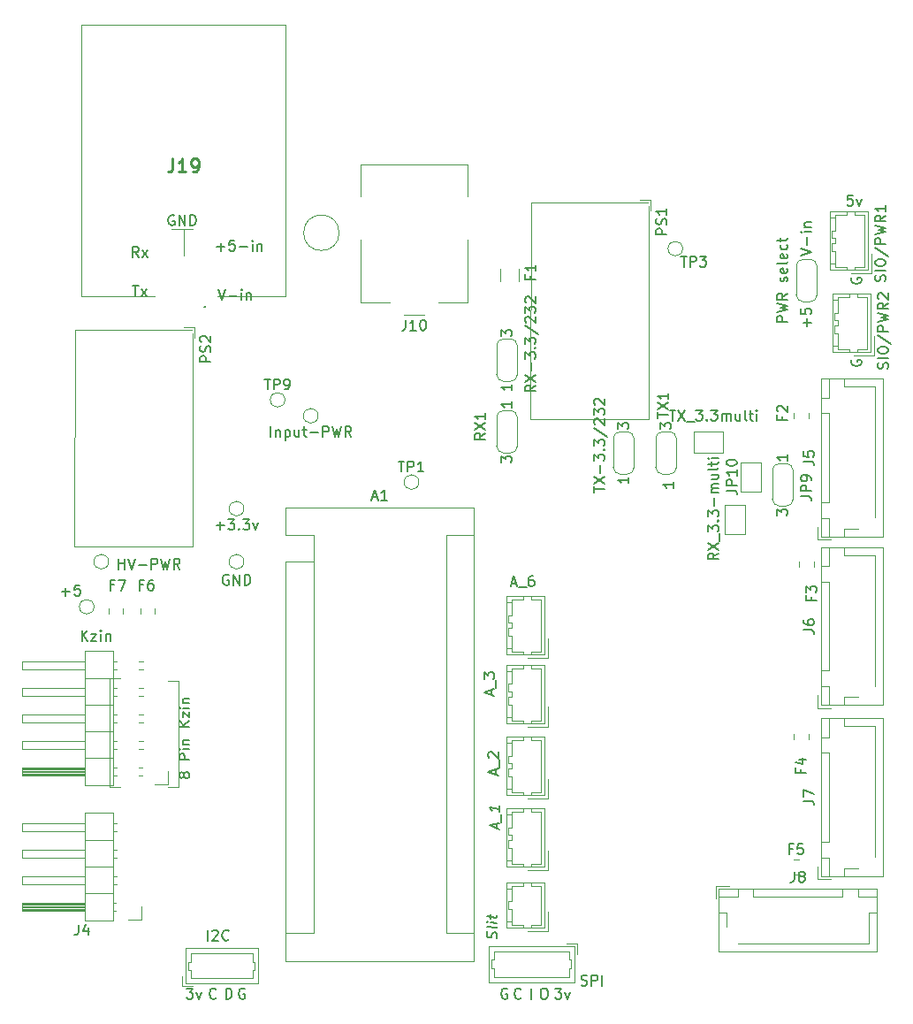
<source format=gbr>
%TF.GenerationSoftware,KiCad,Pcbnew,(5.1.8)-1*%
%TF.CreationDate,2022-01-24T15:12:58-08:00*%
%TF.ProjectId,BLE-33_baseboard,424c452d-3333-45f6-9261-7365626f6172,rev?*%
%TF.SameCoordinates,Original*%
%TF.FileFunction,Legend,Top*%
%TF.FilePolarity,Positive*%
%FSLAX46Y46*%
G04 Gerber Fmt 4.6, Leading zero omitted, Abs format (unit mm)*
G04 Created by KiCad (PCBNEW (5.1.8)-1) date 2022-01-24 15:12:58*
%MOMM*%
%LPD*%
G01*
G04 APERTURE LIST*
%ADD10C,0.120000*%
%ADD11C,0.150000*%
%ADD12C,0.200000*%
%ADD13C,0.100000*%
%ADD14C,0.254000*%
G04 APERTURE END LIST*
D10*
X108966000Y-54737000D02*
X108966000Y-57277000D01*
X107823000Y-54737000D02*
X108966000Y-54737000D01*
X109855000Y-54737000D02*
X107823000Y-54737000D01*
D11*
X108077095Y-53475000D02*
X107981857Y-53427380D01*
X107839000Y-53427380D01*
X107696142Y-53475000D01*
X107600904Y-53570238D01*
X107553285Y-53665476D01*
X107505666Y-53855952D01*
X107505666Y-53998809D01*
X107553285Y-54189285D01*
X107600904Y-54284523D01*
X107696142Y-54379761D01*
X107839000Y-54427380D01*
X107934238Y-54427380D01*
X108077095Y-54379761D01*
X108124714Y-54332142D01*
X108124714Y-53998809D01*
X107934238Y-53998809D01*
X108553285Y-54427380D02*
X108553285Y-53427380D01*
X109124714Y-54427380D01*
X109124714Y-53427380D01*
X109600904Y-54427380D02*
X109600904Y-53427380D01*
X109839000Y-53427380D01*
X109981857Y-53475000D01*
X110077095Y-53570238D01*
X110124714Y-53665476D01*
X110172333Y-53855952D01*
X110172333Y-53998809D01*
X110124714Y-54189285D01*
X110077095Y-54284523D01*
X109981857Y-54379761D01*
X109839000Y-54427380D01*
X109600904Y-54427380D01*
X104679761Y-57475380D02*
X104346428Y-56999190D01*
X104108333Y-57475380D02*
X104108333Y-56475380D01*
X104489285Y-56475380D01*
X104584523Y-56523000D01*
X104632142Y-56570619D01*
X104679761Y-56665857D01*
X104679761Y-56808714D01*
X104632142Y-56903952D01*
X104584523Y-56951571D01*
X104489285Y-56999190D01*
X104108333Y-56999190D01*
X105013095Y-57475380D02*
X105536904Y-56808714D01*
X105013095Y-56808714D02*
X105536904Y-57475380D01*
X104084523Y-60158380D02*
X104655952Y-60158380D01*
X104370238Y-61158380D02*
X104370238Y-60158380D01*
X104894047Y-61158380D02*
X105417857Y-60491714D01*
X104894047Y-60491714D02*
X105417857Y-61158380D01*
X112276142Y-60539380D02*
X112609476Y-61539380D01*
X112942809Y-60539380D01*
X113276142Y-61158428D02*
X114038047Y-61158428D01*
X114514238Y-61539380D02*
X114514238Y-60872714D01*
X114514238Y-60539380D02*
X114466619Y-60587000D01*
X114514238Y-60634619D01*
X114561857Y-60587000D01*
X114514238Y-60539380D01*
X114514238Y-60634619D01*
X114990428Y-60872714D02*
X114990428Y-61539380D01*
X114990428Y-60967952D02*
X115038047Y-60920333D01*
X115133285Y-60872714D01*
X115276142Y-60872714D01*
X115371380Y-60920333D01*
X115419000Y-61015571D01*
X115419000Y-61539380D01*
X112133333Y-56459428D02*
X112895238Y-56459428D01*
X112514285Y-56840380D02*
X112514285Y-56078476D01*
X113847619Y-55840380D02*
X113371428Y-55840380D01*
X113323809Y-56316571D01*
X113371428Y-56268952D01*
X113466666Y-56221333D01*
X113704761Y-56221333D01*
X113800000Y-56268952D01*
X113847619Y-56316571D01*
X113895238Y-56411809D01*
X113895238Y-56649904D01*
X113847619Y-56745142D01*
X113800000Y-56792761D01*
X113704761Y-56840380D01*
X113466666Y-56840380D01*
X113371428Y-56792761D01*
X113323809Y-56745142D01*
X114323809Y-56459428D02*
X115085714Y-56459428D01*
X115561904Y-56840380D02*
X115561904Y-56173714D01*
X115561904Y-55840380D02*
X115514285Y-55888000D01*
X115561904Y-55935619D01*
X115609523Y-55888000D01*
X115561904Y-55840380D01*
X115561904Y-55935619D01*
X116038095Y-56173714D02*
X116038095Y-56840380D01*
X116038095Y-56268952D02*
X116085714Y-56221333D01*
X116180952Y-56173714D01*
X116323809Y-56173714D01*
X116419047Y-56221333D01*
X116466666Y-56316571D01*
X116466666Y-56840380D01*
X109267714Y-127468380D02*
X109886761Y-127468380D01*
X109553428Y-127849333D01*
X109696285Y-127849333D01*
X109791523Y-127896952D01*
X109839142Y-127944571D01*
X109886761Y-128039809D01*
X109886761Y-128277904D01*
X109839142Y-128373142D01*
X109791523Y-128420761D01*
X109696285Y-128468380D01*
X109410571Y-128468380D01*
X109315333Y-128420761D01*
X109267714Y-128373142D01*
X110220095Y-127801714D02*
X110458190Y-128468380D01*
X110696285Y-127801714D01*
X113022095Y-128468380D02*
X113022095Y-127468380D01*
X113260190Y-127468380D01*
X113403047Y-127516000D01*
X113498285Y-127611238D01*
X113545904Y-127706476D01*
X113593523Y-127896952D01*
X113593523Y-128039809D01*
X113545904Y-128230285D01*
X113498285Y-128325523D01*
X113403047Y-128420761D01*
X113260190Y-128468380D01*
X113022095Y-128468380D01*
X112069523Y-128373142D02*
X112021904Y-128420761D01*
X111879047Y-128468380D01*
X111783809Y-128468380D01*
X111640952Y-128420761D01*
X111545714Y-128325523D01*
X111498095Y-128230285D01*
X111450476Y-128039809D01*
X111450476Y-127896952D01*
X111498095Y-127706476D01*
X111545714Y-127611238D01*
X111640952Y-127516000D01*
X111783809Y-127468380D01*
X111879047Y-127468380D01*
X112021904Y-127516000D01*
X112069523Y-127563619D01*
X114815904Y-127516000D02*
X114720666Y-127468380D01*
X114577809Y-127468380D01*
X114434952Y-127516000D01*
X114339714Y-127611238D01*
X114292095Y-127706476D01*
X114244476Y-127896952D01*
X114244476Y-128039809D01*
X114292095Y-128230285D01*
X114339714Y-128325523D01*
X114434952Y-128420761D01*
X114577809Y-128468380D01*
X114673047Y-128468380D01*
X114815904Y-128420761D01*
X114863523Y-128373142D01*
X114863523Y-128039809D01*
X114673047Y-128039809D01*
X172982000Y-67302095D02*
X172934380Y-67397333D01*
X172934380Y-67540190D01*
X172982000Y-67683047D01*
X173077238Y-67778285D01*
X173172476Y-67825904D01*
X173362952Y-67873523D01*
X173505809Y-67873523D01*
X173696285Y-67825904D01*
X173791523Y-67778285D01*
X173886761Y-67683047D01*
X173934380Y-67540190D01*
X173934380Y-67444952D01*
X173886761Y-67302095D01*
X173839142Y-67254476D01*
X173505809Y-67254476D01*
X173505809Y-67444952D01*
X173085142Y-51522380D02*
X172608952Y-51522380D01*
X172561333Y-51998571D01*
X172608952Y-51950952D01*
X172704190Y-51903333D01*
X172942285Y-51903333D01*
X173037523Y-51950952D01*
X173085142Y-51998571D01*
X173132761Y-52093809D01*
X173132761Y-52331904D01*
X173085142Y-52427142D01*
X173037523Y-52474761D01*
X172942285Y-52522380D01*
X172704190Y-52522380D01*
X172608952Y-52474761D01*
X172561333Y-52427142D01*
X173466095Y-51855714D02*
X173704190Y-52522380D01*
X173942285Y-51855714D01*
X172982000Y-59428095D02*
X172934380Y-59523333D01*
X172934380Y-59666190D01*
X172982000Y-59809047D01*
X173077238Y-59904285D01*
X173172476Y-59951904D01*
X173362952Y-59999523D01*
X173505809Y-59999523D01*
X173696285Y-59951904D01*
X173791523Y-59904285D01*
X173886761Y-59809047D01*
X173934380Y-59666190D01*
X173934380Y-59570952D01*
X173886761Y-59428095D01*
X173839142Y-59380476D01*
X173505809Y-59380476D01*
X173505809Y-59570952D01*
X139961904Y-127516000D02*
X139866666Y-127468380D01*
X139723809Y-127468380D01*
X139580952Y-127516000D01*
X139485714Y-127611238D01*
X139438095Y-127706476D01*
X139390476Y-127896952D01*
X139390476Y-128039809D01*
X139438095Y-128230285D01*
X139485714Y-128325523D01*
X139580952Y-128420761D01*
X139723809Y-128468380D01*
X139819047Y-128468380D01*
X139961904Y-128420761D01*
X140009523Y-128373142D01*
X140009523Y-128039809D01*
X139819047Y-128039809D01*
X141279523Y-128373142D02*
X141231904Y-128420761D01*
X141089047Y-128468380D01*
X140993809Y-128468380D01*
X140850952Y-128420761D01*
X140755714Y-128325523D01*
X140708095Y-128230285D01*
X140660476Y-128039809D01*
X140660476Y-127896952D01*
X140708095Y-127706476D01*
X140755714Y-127611238D01*
X140850952Y-127516000D01*
X140993809Y-127468380D01*
X141089047Y-127468380D01*
X141231904Y-127516000D01*
X141279523Y-127563619D01*
X142240000Y-128468380D02*
X142240000Y-127468380D01*
X143414761Y-127468380D02*
X143605238Y-127468380D01*
X143700476Y-127516000D01*
X143795714Y-127611238D01*
X143843333Y-127801714D01*
X143843333Y-128135047D01*
X143795714Y-128325523D01*
X143700476Y-128420761D01*
X143605238Y-128468380D01*
X143414761Y-128468380D01*
X143319523Y-128420761D01*
X143224285Y-128325523D01*
X143176666Y-128135047D01*
X143176666Y-127801714D01*
X143224285Y-127611238D01*
X143319523Y-127516000D01*
X143414761Y-127468380D01*
X144573714Y-127468380D02*
X145192761Y-127468380D01*
X144859428Y-127849333D01*
X145002285Y-127849333D01*
X145097523Y-127896952D01*
X145145142Y-127944571D01*
X145192761Y-128039809D01*
X145192761Y-128277904D01*
X145145142Y-128373142D01*
X145097523Y-128420761D01*
X145002285Y-128468380D01*
X144716571Y-128468380D01*
X144621333Y-128420761D01*
X144573714Y-128373142D01*
X145526095Y-127801714D02*
X145764190Y-128468380D01*
X146002285Y-127801714D01*
D10*
X101854000Y-108204000D02*
X102870000Y-108204000D01*
X101854000Y-97790000D02*
X101854000Y-108204000D01*
X102870000Y-97790000D02*
X101854000Y-97790000D01*
D11*
X108973952Y-107147857D02*
X108926333Y-107243095D01*
X108878714Y-107290714D01*
X108783476Y-107338333D01*
X108735857Y-107338333D01*
X108640619Y-107290714D01*
X108593000Y-107243095D01*
X108545380Y-107147857D01*
X108545380Y-106957380D01*
X108593000Y-106862142D01*
X108640619Y-106814523D01*
X108735857Y-106766904D01*
X108783476Y-106766904D01*
X108878714Y-106814523D01*
X108926333Y-106862142D01*
X108973952Y-106957380D01*
X108973952Y-107147857D01*
X109021571Y-107243095D01*
X109069190Y-107290714D01*
X109164428Y-107338333D01*
X109354904Y-107338333D01*
X109450142Y-107290714D01*
X109497761Y-107243095D01*
X109545380Y-107147857D01*
X109545380Y-106957380D01*
X109497761Y-106862142D01*
X109450142Y-106814523D01*
X109354904Y-106766904D01*
X109164428Y-106766904D01*
X109069190Y-106814523D01*
X109021571Y-106862142D01*
X108973952Y-106957380D01*
X109545380Y-105576428D02*
X108545380Y-105576428D01*
X108545380Y-105195476D01*
X108593000Y-105100238D01*
X108640619Y-105052619D01*
X108735857Y-105005000D01*
X108878714Y-105005000D01*
X108973952Y-105052619D01*
X109021571Y-105100238D01*
X109069190Y-105195476D01*
X109069190Y-105576428D01*
X109545380Y-104576428D02*
X108878714Y-104576428D01*
X108545380Y-104576428D02*
X108593000Y-104624047D01*
X108640619Y-104576428D01*
X108593000Y-104528809D01*
X108545380Y-104576428D01*
X108640619Y-104576428D01*
X108878714Y-104100238D02*
X109545380Y-104100238D01*
X108973952Y-104100238D02*
X108926333Y-104052619D01*
X108878714Y-103957380D01*
X108878714Y-103814523D01*
X108926333Y-103719285D01*
X109021571Y-103671666D01*
X109545380Y-103671666D01*
X109545380Y-102433571D02*
X108545380Y-102433571D01*
X109545380Y-101862142D02*
X108973952Y-102290714D01*
X108545380Y-101862142D02*
X109116809Y-102433571D01*
X108878714Y-101528809D02*
X108878714Y-101005000D01*
X109545380Y-101528809D01*
X109545380Y-101005000D01*
X109545380Y-100624047D02*
X108878714Y-100624047D01*
X108545380Y-100624047D02*
X108593000Y-100671666D01*
X108640619Y-100624047D01*
X108593000Y-100576428D01*
X108545380Y-100624047D01*
X108640619Y-100624047D01*
X108878714Y-100147857D02*
X109545380Y-100147857D01*
X108973952Y-100147857D02*
X108926333Y-100100238D01*
X108878714Y-100005000D01*
X108878714Y-99862142D01*
X108926333Y-99766904D01*
X109021571Y-99719285D01*
X109545380Y-99719285D01*
D10*
X108458000Y-98044000D02*
X107442000Y-98044000D01*
X108458000Y-108204000D02*
X107442000Y-108204000D01*
X108458000Y-98044000D02*
X108458000Y-108204000D01*
D12*
%TO.C,J19*%
X111064000Y-62198000D02*
X111064000Y-62198000D01*
X110964000Y-62198000D02*
X110964000Y-62198000D01*
D13*
X99204000Y-61198000D02*
X106204000Y-61198000D01*
X99204000Y-35198000D02*
X99204000Y-61198000D01*
X118704000Y-35198000D02*
X99204000Y-35198000D01*
X118704000Y-61198000D02*
X118704000Y-35198000D01*
X112204000Y-61198000D02*
X118704000Y-61198000D01*
D12*
X110964000Y-62198000D02*
G75*
G02*
X111064000Y-62198000I50000J0D01*
G01*
X111064000Y-62198000D02*
G75*
G02*
X110964000Y-62198000I-50000J0D01*
G01*
D10*
%TO.C,F7*%
X103199000Y-91571578D02*
X103199000Y-91054422D01*
X101779000Y-91571578D02*
X101779000Y-91054422D01*
%TO.C,F6*%
X106247000Y-91571578D02*
X106247000Y-91054422D01*
X104827000Y-91571578D02*
X104827000Y-91054422D01*
%TO.C,TP9*%
X118683000Y-71120000D02*
G75*
G03*
X118683000Y-71120000I-700000J0D01*
G01*
%TO.C,TP3*%
X156783000Y-56642000D02*
G75*
G03*
X156783000Y-56642000I-700000J0D01*
G01*
%TO.C,J8*%
X160254000Y-117936000D02*
X160254000Y-123906000D01*
X160254000Y-123906000D02*
X175374000Y-123906000D01*
X175374000Y-123906000D02*
X175374000Y-117936000D01*
X175374000Y-117936000D02*
X160254000Y-117936000D01*
X163564000Y-117946000D02*
X163564000Y-118696000D01*
X163564000Y-118696000D02*
X172064000Y-118696000D01*
X172064000Y-118696000D02*
X172064000Y-117946000D01*
X172064000Y-117946000D02*
X163564000Y-117946000D01*
X160264000Y-117946000D02*
X160264000Y-118696000D01*
X160264000Y-118696000D02*
X162064000Y-118696000D01*
X162064000Y-118696000D02*
X162064000Y-117946000D01*
X162064000Y-117946000D02*
X160264000Y-117946000D01*
X173564000Y-117946000D02*
X173564000Y-118696000D01*
X173564000Y-118696000D02*
X175364000Y-118696000D01*
X175364000Y-118696000D02*
X175364000Y-117946000D01*
X175364000Y-117946000D02*
X173564000Y-117946000D01*
X160264000Y-120196000D02*
X161014000Y-120196000D01*
X161014000Y-120196000D02*
X161014000Y-121536000D01*
X167814000Y-123146000D02*
X162074000Y-123146000D01*
X175364000Y-120196000D02*
X174614000Y-120196000D01*
X174614000Y-120196000D02*
X174614000Y-123146000D01*
X174614000Y-123146000D02*
X167814000Y-123146000D01*
X161214000Y-117646000D02*
X159964000Y-117646000D01*
X159964000Y-117646000D02*
X159964000Y-118896000D01*
%TO.C,J7*%
X170006000Y-116733000D02*
X175976000Y-116733000D01*
X175976000Y-116733000D02*
X175976000Y-101613000D01*
X175976000Y-101613000D02*
X170006000Y-101613000D01*
X170006000Y-101613000D02*
X170006000Y-116733000D01*
X170016000Y-113423000D02*
X170766000Y-113423000D01*
X170766000Y-113423000D02*
X170766000Y-104923000D01*
X170766000Y-104923000D02*
X170016000Y-104923000D01*
X170016000Y-104923000D02*
X170016000Y-113423000D01*
X170016000Y-116723000D02*
X170766000Y-116723000D01*
X170766000Y-116723000D02*
X170766000Y-114923000D01*
X170766000Y-114923000D02*
X170016000Y-114923000D01*
X170016000Y-114923000D02*
X170016000Y-116723000D01*
X170016000Y-103423000D02*
X170766000Y-103423000D01*
X170766000Y-103423000D02*
X170766000Y-101623000D01*
X170766000Y-101623000D02*
X170016000Y-101623000D01*
X170016000Y-101623000D02*
X170016000Y-103423000D01*
X172266000Y-116723000D02*
X172266000Y-115973000D01*
X172266000Y-115973000D02*
X173606000Y-115973000D01*
X175216000Y-109173000D02*
X175216000Y-114913000D01*
X172266000Y-101623000D02*
X172266000Y-102373000D01*
X172266000Y-102373000D02*
X175216000Y-102373000D01*
X175216000Y-102373000D02*
X175216000Y-109173000D01*
X169716000Y-115773000D02*
X169716000Y-117023000D01*
X169716000Y-117023000D02*
X170966000Y-117023000D01*
%TO.C,J6*%
X170006000Y-100350000D02*
X175976000Y-100350000D01*
X175976000Y-100350000D02*
X175976000Y-85230000D01*
X175976000Y-85230000D02*
X170006000Y-85230000D01*
X170006000Y-85230000D02*
X170006000Y-100350000D01*
X170016000Y-97040000D02*
X170766000Y-97040000D01*
X170766000Y-97040000D02*
X170766000Y-88540000D01*
X170766000Y-88540000D02*
X170016000Y-88540000D01*
X170016000Y-88540000D02*
X170016000Y-97040000D01*
X170016000Y-100340000D02*
X170766000Y-100340000D01*
X170766000Y-100340000D02*
X170766000Y-98540000D01*
X170766000Y-98540000D02*
X170016000Y-98540000D01*
X170016000Y-98540000D02*
X170016000Y-100340000D01*
X170016000Y-87040000D02*
X170766000Y-87040000D01*
X170766000Y-87040000D02*
X170766000Y-85240000D01*
X170766000Y-85240000D02*
X170016000Y-85240000D01*
X170016000Y-85240000D02*
X170016000Y-87040000D01*
X172266000Y-100340000D02*
X172266000Y-99590000D01*
X172266000Y-99590000D02*
X173606000Y-99590000D01*
X175216000Y-92790000D02*
X175216000Y-98530000D01*
X172266000Y-85240000D02*
X172266000Y-85990000D01*
X172266000Y-85990000D02*
X175216000Y-85990000D01*
X175216000Y-85990000D02*
X175216000Y-92790000D01*
X169716000Y-99390000D02*
X169716000Y-100640000D01*
X169716000Y-100640000D02*
X170966000Y-100640000D01*
%TO.C,J5*%
X170006000Y-84221000D02*
X175976000Y-84221000D01*
X175976000Y-84221000D02*
X175976000Y-69101000D01*
X175976000Y-69101000D02*
X170006000Y-69101000D01*
X170006000Y-69101000D02*
X170006000Y-84221000D01*
X170016000Y-80911000D02*
X170766000Y-80911000D01*
X170766000Y-80911000D02*
X170766000Y-72411000D01*
X170766000Y-72411000D02*
X170016000Y-72411000D01*
X170016000Y-72411000D02*
X170016000Y-80911000D01*
X170016000Y-84211000D02*
X170766000Y-84211000D01*
X170766000Y-84211000D02*
X170766000Y-82411000D01*
X170766000Y-82411000D02*
X170016000Y-82411000D01*
X170016000Y-82411000D02*
X170016000Y-84211000D01*
X170016000Y-70911000D02*
X170766000Y-70911000D01*
X170766000Y-70911000D02*
X170766000Y-69111000D01*
X170766000Y-69111000D02*
X170016000Y-69111000D01*
X170016000Y-69111000D02*
X170016000Y-70911000D01*
X172266000Y-84211000D02*
X172266000Y-83461000D01*
X172266000Y-83461000D02*
X173606000Y-83461000D01*
X175216000Y-76661000D02*
X175216000Y-82401000D01*
X172266000Y-69111000D02*
X172266000Y-69861000D01*
X172266000Y-69861000D02*
X175216000Y-69861000D01*
X175216000Y-69861000D02*
X175216000Y-76661000D01*
X169716000Y-83261000D02*
X169716000Y-84511000D01*
X169716000Y-84511000D02*
X170966000Y-84511000D01*
%TO.C,J4*%
X104902000Y-120904000D02*
X103632000Y-120904000D01*
X104902000Y-119634000D02*
X104902000Y-120904000D01*
X102589071Y-111634000D02*
X102192000Y-111634000D01*
X102589071Y-112394000D02*
X102192000Y-112394000D01*
X93532000Y-111634000D02*
X99532000Y-111634000D01*
X93532000Y-112394000D02*
X93532000Y-111634000D01*
X99532000Y-112394000D02*
X93532000Y-112394000D01*
X102192000Y-113284000D02*
X99532000Y-113284000D01*
X102589071Y-114174000D02*
X102192000Y-114174000D01*
X102589071Y-114934000D02*
X102192000Y-114934000D01*
X93532000Y-114174000D02*
X99532000Y-114174000D01*
X93532000Y-114934000D02*
X93532000Y-114174000D01*
X99532000Y-114934000D02*
X93532000Y-114934000D01*
X102192000Y-115824000D02*
X99532000Y-115824000D01*
X102589071Y-116714000D02*
X102192000Y-116714000D01*
X102589071Y-117474000D02*
X102192000Y-117474000D01*
X93532000Y-116714000D02*
X99532000Y-116714000D01*
X93532000Y-117474000D02*
X93532000Y-116714000D01*
X99532000Y-117474000D02*
X93532000Y-117474000D01*
X102192000Y-118364000D02*
X99532000Y-118364000D01*
X102522000Y-119254000D02*
X102192000Y-119254000D01*
X102522000Y-120014000D02*
X102192000Y-120014000D01*
X99532000Y-119354000D02*
X93532000Y-119354000D01*
X99532000Y-119474000D02*
X93532000Y-119474000D01*
X99532000Y-119594000D02*
X93532000Y-119594000D01*
X99532000Y-119714000D02*
X93532000Y-119714000D01*
X99532000Y-119834000D02*
X93532000Y-119834000D01*
X99532000Y-119954000D02*
X93532000Y-119954000D01*
X93532000Y-119254000D02*
X99532000Y-119254000D01*
X93532000Y-120014000D02*
X93532000Y-119254000D01*
X99532000Y-120014000D02*
X93532000Y-120014000D01*
X99532000Y-120964000D02*
X102192000Y-120964000D01*
X99532000Y-110684000D02*
X99532000Y-120964000D01*
X102192000Y-110684000D02*
X99532000Y-110684000D01*
X102192000Y-120964000D02*
X102192000Y-110684000D01*
%TO.C,REF\u002A\u002A*%
X123874000Y-55118000D02*
G75*
G03*
X123874000Y-55118000I-1700000J0D01*
G01*
%TO.C,TP8*%
X121858000Y-72644000D02*
G75*
G03*
X121858000Y-72644000I-700000J0D01*
G01*
%TO.C,TP7*%
X114746000Y-86614000D02*
G75*
G03*
X114746000Y-86614000I-700000J0D01*
G01*
%TO.C,TP6*%
X114746000Y-81534000D02*
G75*
G03*
X114746000Y-81534000I-700000J0D01*
G01*
%TO.C,TP5*%
X100395000Y-90932000D02*
G75*
G03*
X100395000Y-90932000I-700000J0D01*
G01*
%TO.C,TP4*%
X101792000Y-86614000D02*
G75*
G03*
X101792000Y-86614000I-700000J0D01*
G01*
%TO.C,J3*%
X102192000Y-108010000D02*
X102192000Y-95190000D01*
X102192000Y-95190000D02*
X99532000Y-95190000D01*
X99532000Y-95190000D02*
X99532000Y-108010000D01*
X99532000Y-108010000D02*
X102192000Y-108010000D01*
X99532000Y-107060000D02*
X93532000Y-107060000D01*
X93532000Y-107060000D02*
X93532000Y-106300000D01*
X93532000Y-106300000D02*
X99532000Y-106300000D01*
X99532000Y-107000000D02*
X93532000Y-107000000D01*
X99532000Y-106880000D02*
X93532000Y-106880000D01*
X99532000Y-106760000D02*
X93532000Y-106760000D01*
X99532000Y-106640000D02*
X93532000Y-106640000D01*
X99532000Y-106520000D02*
X93532000Y-106520000D01*
X99532000Y-106400000D02*
X93532000Y-106400000D01*
X102589071Y-107060000D02*
X102192000Y-107060000D01*
X102589071Y-106300000D02*
X102192000Y-106300000D01*
X105062000Y-107060000D02*
X104674929Y-107060000D01*
X105062000Y-106300000D02*
X104674929Y-106300000D01*
X102192000Y-105410000D02*
X99532000Y-105410000D01*
X99532000Y-104520000D02*
X93532000Y-104520000D01*
X93532000Y-104520000D02*
X93532000Y-103760000D01*
X93532000Y-103760000D02*
X99532000Y-103760000D01*
X102589071Y-104520000D02*
X102192000Y-104520000D01*
X102589071Y-103760000D02*
X102192000Y-103760000D01*
X105129071Y-104520000D02*
X104674929Y-104520000D01*
X105129071Y-103760000D02*
X104674929Y-103760000D01*
X102192000Y-102870000D02*
X99532000Y-102870000D01*
X99532000Y-101980000D02*
X93532000Y-101980000D01*
X93532000Y-101980000D02*
X93532000Y-101220000D01*
X93532000Y-101220000D02*
X99532000Y-101220000D01*
X102589071Y-101980000D02*
X102192000Y-101980000D01*
X102589071Y-101220000D02*
X102192000Y-101220000D01*
X105129071Y-101980000D02*
X104674929Y-101980000D01*
X105129071Y-101220000D02*
X104674929Y-101220000D01*
X102192000Y-100330000D02*
X99532000Y-100330000D01*
X99532000Y-99440000D02*
X93532000Y-99440000D01*
X93532000Y-99440000D02*
X93532000Y-98680000D01*
X93532000Y-98680000D02*
X99532000Y-98680000D01*
X102589071Y-99440000D02*
X102192000Y-99440000D01*
X102589071Y-98680000D02*
X102192000Y-98680000D01*
X105129071Y-99440000D02*
X104674929Y-99440000D01*
X105129071Y-98680000D02*
X104674929Y-98680000D01*
X102192000Y-97790000D02*
X99532000Y-97790000D01*
X99532000Y-96900000D02*
X93532000Y-96900000D01*
X93532000Y-96900000D02*
X93532000Y-96140000D01*
X93532000Y-96140000D02*
X99532000Y-96140000D01*
X102589071Y-96900000D02*
X102192000Y-96900000D01*
X102589071Y-96140000D02*
X102192000Y-96140000D01*
X105129071Y-96900000D02*
X104674929Y-96900000D01*
X105129071Y-96140000D02*
X104674929Y-96140000D01*
X107442000Y-106680000D02*
X107442000Y-107950000D01*
X107442000Y-107950000D02*
X106172000Y-107950000D01*
%TO.C,J1*%
X140390000Y-119142000D02*
X140390000Y-117942000D01*
X140090000Y-119142000D02*
X140390000Y-119142000D01*
X140090000Y-119892000D02*
X140090000Y-119142000D01*
X140390000Y-119892000D02*
X140090000Y-119892000D01*
X140390000Y-121092000D02*
X140390000Y-119892000D01*
X140390000Y-117942000D02*
X139940000Y-117942000D01*
X140390000Y-117642000D02*
X140390000Y-117942000D01*
X141490000Y-117642000D02*
X140390000Y-117642000D01*
X141490000Y-117342000D02*
X141490000Y-117642000D01*
X140390000Y-121092000D02*
X139940000Y-121092000D01*
X140390000Y-121392000D02*
X140390000Y-121092000D01*
X141490000Y-121392000D02*
X140390000Y-121392000D01*
X141490000Y-121692000D02*
X141490000Y-121392000D01*
X142240000Y-117642000D02*
X142240000Y-117342000D01*
X143240000Y-117642000D02*
X142240000Y-117642000D01*
X143240000Y-121392000D02*
X143240000Y-117642000D01*
X142240000Y-121392000D02*
X143240000Y-121392000D01*
X142240000Y-121692000D02*
X142240000Y-121392000D01*
X143850000Y-122002000D02*
X143850000Y-120092000D01*
X141940000Y-122002000D02*
X143850000Y-122002000D01*
X139940000Y-117342000D02*
X139940000Y-121692000D01*
X143540000Y-117342000D02*
X139940000Y-117342000D01*
X143540000Y-121692000D02*
X143540000Y-117342000D01*
X139940000Y-121692000D02*
X143540000Y-121692000D01*
%TO.C,TP1*%
X131510000Y-78994000D02*
G75*
G03*
X131510000Y-78994000I-700000J0D01*
G01*
%TO.C,PS1*%
X153710820Y-51991460D02*
X152710820Y-51991460D01*
X153710820Y-52991460D02*
X153710820Y-51991460D01*
X142224760Y-72953880D02*
X142261140Y-52210900D01*
X153427880Y-52193120D02*
X142359380Y-52217320D01*
X153525220Y-72997060D02*
X153529480Y-52576660D01*
X153525220Y-72994520D02*
X142207800Y-72988480D01*
%TO.C,PS2*%
X110022820Y-64183460D02*
X109022820Y-64183460D01*
X110022820Y-65183460D02*
X110022820Y-64183460D01*
X98536760Y-85145880D02*
X98573140Y-64402900D01*
X109739880Y-64385120D02*
X98671380Y-64409320D01*
X109837220Y-85189060D02*
X109841480Y-64768660D01*
X109837220Y-85186520D02*
X98519800Y-85180480D01*
%TO.C,JP10*%
X162322000Y-79886000D02*
X162322000Y-77086000D01*
X162322000Y-77086000D02*
X164322000Y-77086000D01*
X164322000Y-77086000D02*
X164322000Y-79886000D01*
X164322000Y-79886000D02*
X162322000Y-79886000D01*
%TO.C,JP9*%
X167370000Y-77848000D02*
X167370000Y-80648000D01*
X166670000Y-81298000D02*
X166070000Y-81298000D01*
X165370000Y-80648000D02*
X165370000Y-77848000D01*
X166070000Y-77198000D02*
X166670000Y-77198000D01*
X166670000Y-77198000D02*
G75*
G02*
X167370000Y-77898000I0J-700000D01*
G01*
X165370000Y-77898000D02*
G75*
G02*
X166070000Y-77198000I700000J0D01*
G01*
X166070000Y-81298000D02*
G75*
G02*
X165370000Y-80598000I0J700000D01*
G01*
X167370000Y-80598000D02*
G75*
G02*
X166670000Y-81298000I-700000J0D01*
G01*
%TO.C,JP8*%
X167656000Y-61090000D02*
X167656000Y-58290000D01*
X168356000Y-57640000D02*
X168956000Y-57640000D01*
X169656000Y-58290000D02*
X169656000Y-61090000D01*
X168956000Y-61740000D02*
X168356000Y-61740000D01*
X168356000Y-61740000D02*
G75*
G02*
X167656000Y-61040000I0J700000D01*
G01*
X169656000Y-61040000D02*
G75*
G02*
X168956000Y-61740000I-700000J0D01*
G01*
X168956000Y-57640000D02*
G75*
G02*
X169656000Y-58340000I0J-700000D01*
G01*
X167656000Y-58340000D02*
G75*
G02*
X168356000Y-57640000I700000J0D01*
G01*
%TO.C,JP7*%
X160798000Y-83950000D02*
X160798000Y-81150000D01*
X160798000Y-81150000D02*
X162798000Y-81150000D01*
X162798000Y-81150000D02*
X162798000Y-83950000D01*
X162798000Y-83950000D02*
X160798000Y-83950000D01*
%TO.C,JP5*%
X157858000Y-74184000D02*
X160658000Y-74184000D01*
X160658000Y-74184000D02*
X160658000Y-76184000D01*
X160658000Y-76184000D02*
X157858000Y-76184000D01*
X157858000Y-76184000D02*
X157858000Y-74184000D01*
%TO.C,JP4*%
X150130000Y-77600000D02*
X150130000Y-74800000D01*
X150830000Y-74150000D02*
X151430000Y-74150000D01*
X152130000Y-74800000D02*
X152130000Y-77600000D01*
X151430000Y-78250000D02*
X150830000Y-78250000D01*
X150830000Y-78250000D02*
G75*
G02*
X150130000Y-77550000I0J700000D01*
G01*
X152130000Y-77550000D02*
G75*
G02*
X151430000Y-78250000I-700000J0D01*
G01*
X151430000Y-74150000D02*
G75*
G02*
X152130000Y-74850000I0J-700000D01*
G01*
X150130000Y-74850000D02*
G75*
G02*
X150830000Y-74150000I700000J0D01*
G01*
%TO.C,JP3*%
X138954000Y-68710000D02*
X138954000Y-65910000D01*
X139654000Y-65260000D02*
X140254000Y-65260000D01*
X140954000Y-65910000D02*
X140954000Y-68710000D01*
X140254000Y-69360000D02*
X139654000Y-69360000D01*
X139654000Y-69360000D02*
G75*
G02*
X138954000Y-68660000I0J700000D01*
G01*
X140954000Y-68660000D02*
G75*
G02*
X140254000Y-69360000I-700000J0D01*
G01*
X140254000Y-65260000D02*
G75*
G02*
X140954000Y-65960000I0J-700000D01*
G01*
X138954000Y-65960000D02*
G75*
G02*
X139654000Y-65260000I700000J0D01*
G01*
%TO.C,JP2*%
X140954000Y-72768000D02*
X140954000Y-75568000D01*
X140254000Y-76218000D02*
X139654000Y-76218000D01*
X138954000Y-75568000D02*
X138954000Y-72768000D01*
X139654000Y-72118000D02*
X140254000Y-72118000D01*
X140254000Y-72118000D02*
G75*
G02*
X140954000Y-72818000I0J-700000D01*
G01*
X138954000Y-72818000D02*
G75*
G02*
X139654000Y-72118000I700000J0D01*
G01*
X139654000Y-76218000D02*
G75*
G02*
X138954000Y-75518000I0J700000D01*
G01*
X140954000Y-75518000D02*
G75*
G02*
X140254000Y-76218000I-700000J0D01*
G01*
%TO.C,JP1*%
X154194000Y-77600000D02*
X154194000Y-74800000D01*
X154894000Y-74150000D02*
X155494000Y-74150000D01*
X156194000Y-74800000D02*
X156194000Y-77600000D01*
X155494000Y-78250000D02*
X154894000Y-78250000D01*
X154894000Y-78250000D02*
G75*
G02*
X154194000Y-77550000I0J700000D01*
G01*
X156194000Y-77550000D02*
G75*
G02*
X155494000Y-78250000I-700000J0D01*
G01*
X155494000Y-74150000D02*
G75*
G02*
X156194000Y-74850000I0J-700000D01*
G01*
X154194000Y-74850000D02*
G75*
G02*
X154894000Y-74150000I700000J0D01*
G01*
%TO.C,J18*%
X171632000Y-62774000D02*
X171632000Y-61574000D01*
X171332000Y-62774000D02*
X171632000Y-62774000D01*
X171332000Y-63524000D02*
X171332000Y-62774000D01*
X171632000Y-63524000D02*
X171332000Y-63524000D01*
X171632000Y-64024000D02*
X171632000Y-63524000D01*
X171332000Y-64024000D02*
X171632000Y-64024000D01*
X171332000Y-64774000D02*
X171332000Y-64024000D01*
X171632000Y-64774000D02*
X171332000Y-64774000D01*
X171632000Y-65974000D02*
X171632000Y-64774000D01*
X171632000Y-61574000D02*
X171182000Y-61574000D01*
X171632000Y-61274000D02*
X171632000Y-61574000D01*
X172732000Y-61274000D02*
X171632000Y-61274000D01*
X172732000Y-60974000D02*
X172732000Y-61274000D01*
X171632000Y-65974000D02*
X171182000Y-65974000D01*
X171632000Y-66274000D02*
X171632000Y-65974000D01*
X172732000Y-66274000D02*
X171632000Y-66274000D01*
X172732000Y-66574000D02*
X172732000Y-66274000D01*
X173482000Y-61274000D02*
X173482000Y-60974000D01*
X174482000Y-61274000D02*
X173482000Y-61274000D01*
X174482000Y-66274000D02*
X174482000Y-61274000D01*
X173482000Y-66274000D02*
X174482000Y-66274000D01*
X173482000Y-66574000D02*
X173482000Y-66274000D01*
X175092000Y-66884000D02*
X175092000Y-64974000D01*
X173182000Y-66884000D02*
X175092000Y-66884000D01*
X171182000Y-60974000D02*
X171182000Y-66574000D01*
X174782000Y-60974000D02*
X171182000Y-60974000D01*
X174782000Y-66574000D02*
X174782000Y-60974000D01*
X171182000Y-66574000D02*
X174782000Y-66574000D01*
%TO.C,J17*%
X171378000Y-54900000D02*
X171378000Y-53700000D01*
X171078000Y-54900000D02*
X171378000Y-54900000D01*
X171078000Y-55650000D02*
X171078000Y-54900000D01*
X171378000Y-55650000D02*
X171078000Y-55650000D01*
X171378000Y-56150000D02*
X171378000Y-55650000D01*
X171078000Y-56150000D02*
X171378000Y-56150000D01*
X171078000Y-56900000D02*
X171078000Y-56150000D01*
X171378000Y-56900000D02*
X171078000Y-56900000D01*
X171378000Y-58100000D02*
X171378000Y-56900000D01*
X171378000Y-53700000D02*
X170928000Y-53700000D01*
X171378000Y-53400000D02*
X171378000Y-53700000D01*
X172478000Y-53400000D02*
X171378000Y-53400000D01*
X172478000Y-53100000D02*
X172478000Y-53400000D01*
X171378000Y-58100000D02*
X170928000Y-58100000D01*
X171378000Y-58400000D02*
X171378000Y-58100000D01*
X172478000Y-58400000D02*
X171378000Y-58400000D01*
X172478000Y-58700000D02*
X172478000Y-58400000D01*
X173228000Y-53400000D02*
X173228000Y-53100000D01*
X174228000Y-53400000D02*
X173228000Y-53400000D01*
X174228000Y-58400000D02*
X174228000Y-53400000D01*
X173228000Y-58400000D02*
X174228000Y-58400000D01*
X173228000Y-58700000D02*
X173228000Y-58400000D01*
X174838000Y-59010000D02*
X174838000Y-57100000D01*
X172928000Y-59010000D02*
X174838000Y-59010000D01*
X170928000Y-53100000D02*
X170928000Y-58700000D01*
X174528000Y-53100000D02*
X170928000Y-53100000D01*
X174528000Y-58700000D02*
X174528000Y-53100000D01*
X170928000Y-58700000D02*
X174528000Y-58700000D01*
%TO.C,J15*%
X146680000Y-123164000D02*
X145680000Y-123164000D01*
X146680000Y-123164000D02*
X146680000Y-124164000D01*
X138680000Y-126364000D02*
X142280000Y-126364000D01*
X138680000Y-125514000D02*
X138680000Y-126364000D01*
X138480000Y-125514000D02*
X138680000Y-125514000D01*
X138480000Y-124714000D02*
X138480000Y-125514000D01*
X138680000Y-124714000D02*
X138480000Y-124714000D01*
X138680000Y-123964000D02*
X138680000Y-124714000D01*
X142280000Y-123964000D02*
X138680000Y-123964000D01*
X145880000Y-126364000D02*
X142280000Y-126364000D01*
X145880000Y-125514000D02*
X145880000Y-126364000D01*
X146080000Y-125514000D02*
X145880000Y-125514000D01*
X146080000Y-124714000D02*
X146080000Y-125514000D01*
X145880000Y-124714000D02*
X146080000Y-124714000D01*
X145880000Y-123964000D02*
X145880000Y-124714000D01*
X142280000Y-123964000D02*
X145880000Y-123964000D01*
X138170000Y-126874000D02*
X146390000Y-126874000D01*
X138170000Y-123454000D02*
X138170000Y-126874000D01*
X146390000Y-123454000D02*
X138170000Y-123454000D01*
X146390000Y-126874000D02*
X146390000Y-123454000D01*
%TO.C,J13*%
X140390000Y-91730000D02*
X140390000Y-90530000D01*
X140090000Y-91730000D02*
X140390000Y-91730000D01*
X140090000Y-92480000D02*
X140090000Y-91730000D01*
X140390000Y-92480000D02*
X140090000Y-92480000D01*
X140390000Y-92980000D02*
X140390000Y-92480000D01*
X140090000Y-92980000D02*
X140390000Y-92980000D01*
X140090000Y-93730000D02*
X140090000Y-92980000D01*
X140390000Y-93730000D02*
X140090000Y-93730000D01*
X140390000Y-94930000D02*
X140390000Y-93730000D01*
X140390000Y-90530000D02*
X139940000Y-90530000D01*
X140390000Y-90230000D02*
X140390000Y-90530000D01*
X141490000Y-90230000D02*
X140390000Y-90230000D01*
X141490000Y-89930000D02*
X141490000Y-90230000D01*
X140390000Y-94930000D02*
X139940000Y-94930000D01*
X140390000Y-95230000D02*
X140390000Y-94930000D01*
X141490000Y-95230000D02*
X140390000Y-95230000D01*
X141490000Y-95530000D02*
X141490000Y-95230000D01*
X142240000Y-90230000D02*
X142240000Y-89930000D01*
X143240000Y-90230000D02*
X142240000Y-90230000D01*
X143240000Y-95230000D02*
X143240000Y-90230000D01*
X142240000Y-95230000D02*
X143240000Y-95230000D01*
X142240000Y-95530000D02*
X142240000Y-95230000D01*
X143850000Y-95840000D02*
X143850000Y-93930000D01*
X141940000Y-95840000D02*
X143850000Y-95840000D01*
X139940000Y-89930000D02*
X139940000Y-95530000D01*
X143540000Y-89930000D02*
X139940000Y-89930000D01*
X143540000Y-95530000D02*
X143540000Y-89930000D01*
X139940000Y-95530000D02*
X143540000Y-95530000D01*
%TO.C,J12*%
X140390000Y-98314000D02*
X140390000Y-97114000D01*
X140090000Y-98314000D02*
X140390000Y-98314000D01*
X140090000Y-99064000D02*
X140090000Y-98314000D01*
X140390000Y-99064000D02*
X140090000Y-99064000D01*
X140390000Y-99564000D02*
X140390000Y-99064000D01*
X140090000Y-99564000D02*
X140390000Y-99564000D01*
X140090000Y-100314000D02*
X140090000Y-99564000D01*
X140390000Y-100314000D02*
X140090000Y-100314000D01*
X140390000Y-101514000D02*
X140390000Y-100314000D01*
X140390000Y-97114000D02*
X139940000Y-97114000D01*
X140390000Y-96814000D02*
X140390000Y-97114000D01*
X141490000Y-96814000D02*
X140390000Y-96814000D01*
X141490000Y-96514000D02*
X141490000Y-96814000D01*
X140390000Y-101514000D02*
X139940000Y-101514000D01*
X140390000Y-101814000D02*
X140390000Y-101514000D01*
X141490000Y-101814000D02*
X140390000Y-101814000D01*
X141490000Y-102114000D02*
X141490000Y-101814000D01*
X142240000Y-96814000D02*
X142240000Y-96514000D01*
X143240000Y-96814000D02*
X142240000Y-96814000D01*
X143240000Y-101814000D02*
X143240000Y-96814000D01*
X142240000Y-101814000D02*
X143240000Y-101814000D01*
X142240000Y-102114000D02*
X142240000Y-101814000D01*
X143850000Y-102424000D02*
X143850000Y-100514000D01*
X141940000Y-102424000D02*
X143850000Y-102424000D01*
X139940000Y-96514000D02*
X139940000Y-102114000D01*
X143540000Y-96514000D02*
X139940000Y-96514000D01*
X143540000Y-102114000D02*
X143540000Y-96514000D01*
X139940000Y-102114000D02*
X143540000Y-102114000D01*
%TO.C,J11*%
X108844000Y-127280000D02*
X109844000Y-127280000D01*
X108844000Y-127280000D02*
X108844000Y-126280000D01*
X115594000Y-124080000D02*
X112619000Y-124080000D01*
X115594000Y-124930000D02*
X115594000Y-124080000D01*
X115794000Y-124930000D02*
X115594000Y-124930000D01*
X115794000Y-125730000D02*
X115794000Y-124930000D01*
X115594000Y-125730000D02*
X115794000Y-125730000D01*
X115594000Y-126480000D02*
X115594000Y-125730000D01*
X112619000Y-126480000D02*
X115594000Y-126480000D01*
X109644000Y-124080000D02*
X112619000Y-124080000D01*
X109644000Y-124930000D02*
X109644000Y-124080000D01*
X109444000Y-124930000D02*
X109644000Y-124930000D01*
X109444000Y-125730000D02*
X109444000Y-124930000D01*
X109644000Y-125730000D02*
X109444000Y-125730000D01*
X109644000Y-126480000D02*
X109644000Y-125730000D01*
X112619000Y-126480000D02*
X109644000Y-126480000D01*
X116104000Y-123570000D02*
X109134000Y-123570000D01*
X116104000Y-126990000D02*
X116104000Y-123570000D01*
X109134000Y-126990000D02*
X116104000Y-126990000D01*
X109134000Y-123570000D02*
X109134000Y-126990000D01*
%TO.C,J10*%
X132064000Y-63006000D02*
X130064000Y-63006000D01*
X136174000Y-48596000D02*
X136174000Y-51656000D01*
X125954000Y-48596000D02*
X136174000Y-48596000D01*
X125954000Y-51656000D02*
X125954000Y-48596000D01*
X125954000Y-61816000D02*
X125954000Y-55756000D01*
X128764000Y-61816000D02*
X125954000Y-61816000D01*
X136174000Y-61816000D02*
X133364000Y-61816000D01*
X136174000Y-55756000D02*
X136174000Y-61816000D01*
%TO.C,J9*%
X140390000Y-105192000D02*
X140390000Y-103992000D01*
X140090000Y-105192000D02*
X140390000Y-105192000D01*
X140090000Y-105942000D02*
X140090000Y-105192000D01*
X140390000Y-105942000D02*
X140090000Y-105942000D01*
X140390000Y-106442000D02*
X140390000Y-105942000D01*
X140090000Y-106442000D02*
X140390000Y-106442000D01*
X140090000Y-107192000D02*
X140090000Y-106442000D01*
X140390000Y-107192000D02*
X140090000Y-107192000D01*
X140390000Y-108392000D02*
X140390000Y-107192000D01*
X140390000Y-103992000D02*
X139940000Y-103992000D01*
X140390000Y-103692000D02*
X140390000Y-103992000D01*
X141490000Y-103692000D02*
X140390000Y-103692000D01*
X141490000Y-103392000D02*
X141490000Y-103692000D01*
X140390000Y-108392000D02*
X139940000Y-108392000D01*
X140390000Y-108692000D02*
X140390000Y-108392000D01*
X141490000Y-108692000D02*
X140390000Y-108692000D01*
X141490000Y-108992000D02*
X141490000Y-108692000D01*
X142240000Y-103692000D02*
X142240000Y-103392000D01*
X143240000Y-103692000D02*
X142240000Y-103692000D01*
X143240000Y-108692000D02*
X143240000Y-103692000D01*
X142240000Y-108692000D02*
X143240000Y-108692000D01*
X142240000Y-108992000D02*
X142240000Y-108692000D01*
X143850000Y-109302000D02*
X143850000Y-107392000D01*
X141940000Y-109302000D02*
X143850000Y-109302000D01*
X139940000Y-103392000D02*
X139940000Y-108992000D01*
X143540000Y-103392000D02*
X139940000Y-103392000D01*
X143540000Y-108992000D02*
X143540000Y-103392000D01*
X139940000Y-108992000D02*
X143540000Y-108992000D01*
%TO.C,J2*%
X140390000Y-112050000D02*
X140390000Y-110850000D01*
X140090000Y-112050000D02*
X140390000Y-112050000D01*
X140090000Y-112800000D02*
X140090000Y-112050000D01*
X140390000Y-112800000D02*
X140090000Y-112800000D01*
X140390000Y-113300000D02*
X140390000Y-112800000D01*
X140090000Y-113300000D02*
X140390000Y-113300000D01*
X140090000Y-114050000D02*
X140090000Y-113300000D01*
X140390000Y-114050000D02*
X140090000Y-114050000D01*
X140390000Y-115250000D02*
X140390000Y-114050000D01*
X140390000Y-110850000D02*
X139940000Y-110850000D01*
X140390000Y-110550000D02*
X140390000Y-110850000D01*
X141490000Y-110550000D02*
X140390000Y-110550000D01*
X141490000Y-110250000D02*
X141490000Y-110550000D01*
X140390000Y-115250000D02*
X139940000Y-115250000D01*
X140390000Y-115550000D02*
X140390000Y-115250000D01*
X141490000Y-115550000D02*
X140390000Y-115550000D01*
X141490000Y-115850000D02*
X141490000Y-115550000D01*
X142240000Y-110550000D02*
X142240000Y-110250000D01*
X143240000Y-110550000D02*
X142240000Y-110550000D01*
X143240000Y-115550000D02*
X143240000Y-110550000D01*
X142240000Y-115550000D02*
X143240000Y-115550000D01*
X142240000Y-115850000D02*
X142240000Y-115550000D01*
X143850000Y-116160000D02*
X143850000Y-114250000D01*
X141940000Y-116160000D02*
X143850000Y-116160000D01*
X139940000Y-110250000D02*
X139940000Y-115850000D01*
X143540000Y-110250000D02*
X139940000Y-110250000D01*
X143540000Y-115850000D02*
X143540000Y-110250000D01*
X139940000Y-115850000D02*
X143540000Y-115850000D01*
%TO.C,F5*%
X167381422Y-116534000D02*
X167898578Y-116534000D01*
X167381422Y-115114000D02*
X167898578Y-115114000D01*
%TO.C,F4*%
X167438000Y-103119422D02*
X167438000Y-103636578D01*
X168858000Y-103119422D02*
X168858000Y-103636578D01*
%TO.C,F3*%
X167946000Y-86609422D02*
X167946000Y-87126578D01*
X169366000Y-86609422D02*
X169366000Y-87126578D01*
%TO.C,F2*%
X168858000Y-72902578D02*
X168858000Y-72385422D01*
X167438000Y-72902578D02*
X167438000Y-72385422D01*
%TO.C,F1*%
X141118000Y-59784064D02*
X141118000Y-58579936D01*
X139298000Y-59784064D02*
X139298000Y-58579936D01*
%TO.C,A1*%
X136782000Y-81404000D02*
X118742000Y-81404000D01*
X136782000Y-124844000D02*
X136782000Y-81404000D01*
X118742000Y-124844000D02*
X136782000Y-124844000D01*
X121412000Y-122174000D02*
X118742000Y-122174000D01*
X121412000Y-86614000D02*
X121412000Y-122174000D01*
X121412000Y-86614000D02*
X118742000Y-86614000D01*
X134112000Y-122174000D02*
X136782000Y-122174000D01*
X134112000Y-84074000D02*
X134112000Y-122174000D01*
X134112000Y-84074000D02*
X136782000Y-84074000D01*
X118742000Y-81404000D02*
X118742000Y-84074000D01*
X118742000Y-86614000D02*
X118742000Y-124844000D01*
X121412000Y-84074000D02*
X118742000Y-84074000D01*
X121412000Y-86614000D02*
X121412000Y-84074000D01*
%TO.C,J19*%
D14*
X107935904Y-48027523D02*
X107935904Y-48934666D01*
X107875428Y-49116095D01*
X107754476Y-49237047D01*
X107573047Y-49297523D01*
X107452095Y-49297523D01*
X109205904Y-49297523D02*
X108480190Y-49297523D01*
X108843047Y-49297523D02*
X108843047Y-48027523D01*
X108722095Y-48208952D01*
X108601142Y-48329904D01*
X108480190Y-48390380D01*
X109810666Y-49297523D02*
X110052571Y-49297523D01*
X110173523Y-49237047D01*
X110234000Y-49176571D01*
X110354952Y-48995142D01*
X110415428Y-48753238D01*
X110415428Y-48269428D01*
X110354952Y-48148476D01*
X110294476Y-48088000D01*
X110173523Y-48027523D01*
X109931619Y-48027523D01*
X109810666Y-48088000D01*
X109750190Y-48148476D01*
X109689714Y-48269428D01*
X109689714Y-48571809D01*
X109750190Y-48692761D01*
X109810666Y-48753238D01*
X109931619Y-48813714D01*
X110173523Y-48813714D01*
X110294476Y-48753238D01*
X110354952Y-48692761D01*
X110415428Y-48571809D01*
%TO.C,F7*%
D11*
X102282666Y-88828571D02*
X101949333Y-88828571D01*
X101949333Y-89352380D02*
X101949333Y-88352380D01*
X102425523Y-88352380D01*
X102711238Y-88352380D02*
X103377904Y-88352380D01*
X102949333Y-89352380D01*
%TO.C,F6*%
X105076666Y-88828571D02*
X104743333Y-88828571D01*
X104743333Y-89352380D02*
X104743333Y-88352380D01*
X105219523Y-88352380D01*
X106029047Y-88352380D02*
X105838571Y-88352380D01*
X105743333Y-88400000D01*
X105695714Y-88447619D01*
X105600476Y-88590476D01*
X105552857Y-88780952D01*
X105552857Y-89161904D01*
X105600476Y-89257142D01*
X105648095Y-89304761D01*
X105743333Y-89352380D01*
X105933809Y-89352380D01*
X106029047Y-89304761D01*
X106076666Y-89257142D01*
X106124285Y-89161904D01*
X106124285Y-88923809D01*
X106076666Y-88828571D01*
X106029047Y-88780952D01*
X105933809Y-88733333D01*
X105743333Y-88733333D01*
X105648095Y-88780952D01*
X105600476Y-88828571D01*
X105552857Y-88923809D01*
%TO.C,TP9*%
X116721095Y-69124380D02*
X117292523Y-69124380D01*
X117006809Y-70124380D02*
X117006809Y-69124380D01*
X117625857Y-70124380D02*
X117625857Y-69124380D01*
X118006809Y-69124380D01*
X118102047Y-69172000D01*
X118149666Y-69219619D01*
X118197285Y-69314857D01*
X118197285Y-69457714D01*
X118149666Y-69552952D01*
X118102047Y-69600571D01*
X118006809Y-69648190D01*
X117625857Y-69648190D01*
X118673476Y-70124380D02*
X118863952Y-70124380D01*
X118959190Y-70076761D01*
X119006809Y-70029142D01*
X119102047Y-69886285D01*
X119149666Y-69695809D01*
X119149666Y-69314857D01*
X119102047Y-69219619D01*
X119054428Y-69172000D01*
X118959190Y-69124380D01*
X118768714Y-69124380D01*
X118673476Y-69172000D01*
X118625857Y-69219619D01*
X118578238Y-69314857D01*
X118578238Y-69552952D01*
X118625857Y-69648190D01*
X118673476Y-69695809D01*
X118768714Y-69743428D01*
X118959190Y-69743428D01*
X119054428Y-69695809D01*
X119102047Y-69648190D01*
X119149666Y-69552952D01*
%TO.C,TP3*%
X156599095Y-57364380D02*
X157170523Y-57364380D01*
X156884809Y-58364380D02*
X156884809Y-57364380D01*
X157503857Y-58364380D02*
X157503857Y-57364380D01*
X157884809Y-57364380D01*
X157980047Y-57412000D01*
X158027666Y-57459619D01*
X158075285Y-57554857D01*
X158075285Y-57697714D01*
X158027666Y-57792952D01*
X157980047Y-57840571D01*
X157884809Y-57888190D01*
X157503857Y-57888190D01*
X158408619Y-57364380D02*
X159027666Y-57364380D01*
X158694333Y-57745333D01*
X158837190Y-57745333D01*
X158932428Y-57792952D01*
X158980047Y-57840571D01*
X159027666Y-57935809D01*
X159027666Y-58173904D01*
X158980047Y-58269142D01*
X158932428Y-58316761D01*
X158837190Y-58364380D01*
X158551476Y-58364380D01*
X158456238Y-58316761D01*
X158408619Y-58269142D01*
%TO.C,J8*%
X167480666Y-116298380D02*
X167480666Y-117012666D01*
X167433047Y-117155523D01*
X167337809Y-117250761D01*
X167194952Y-117298380D01*
X167099714Y-117298380D01*
X168099714Y-116726952D02*
X168004476Y-116679333D01*
X167956857Y-116631714D01*
X167909238Y-116536476D01*
X167909238Y-116488857D01*
X167956857Y-116393619D01*
X168004476Y-116346000D01*
X168099714Y-116298380D01*
X168290190Y-116298380D01*
X168385428Y-116346000D01*
X168433047Y-116393619D01*
X168480666Y-116488857D01*
X168480666Y-116536476D01*
X168433047Y-116631714D01*
X168385428Y-116679333D01*
X168290190Y-116726952D01*
X168099714Y-116726952D01*
X168004476Y-116774571D01*
X167956857Y-116822190D01*
X167909238Y-116917428D01*
X167909238Y-117107904D01*
X167956857Y-117203142D01*
X168004476Y-117250761D01*
X168099714Y-117298380D01*
X168290190Y-117298380D01*
X168385428Y-117250761D01*
X168433047Y-117203142D01*
X168480666Y-117107904D01*
X168480666Y-116917428D01*
X168433047Y-116822190D01*
X168385428Y-116774571D01*
X168290190Y-116726952D01*
%TO.C,J7*%
X168368380Y-109506333D02*
X169082666Y-109506333D01*
X169225523Y-109553952D01*
X169320761Y-109649190D01*
X169368380Y-109792047D01*
X169368380Y-109887285D01*
X168368380Y-109125380D02*
X168368380Y-108458714D01*
X169368380Y-108887285D01*
%TO.C,J6*%
X168368380Y-93123333D02*
X169082666Y-93123333D01*
X169225523Y-93170952D01*
X169320761Y-93266190D01*
X169368380Y-93409047D01*
X169368380Y-93504285D01*
X168368380Y-92218571D02*
X168368380Y-92409047D01*
X168416000Y-92504285D01*
X168463619Y-92551904D01*
X168606476Y-92647142D01*
X168796952Y-92694761D01*
X169177904Y-92694761D01*
X169273142Y-92647142D01*
X169320761Y-92599523D01*
X169368380Y-92504285D01*
X169368380Y-92313809D01*
X169320761Y-92218571D01*
X169273142Y-92170952D01*
X169177904Y-92123333D01*
X168939809Y-92123333D01*
X168844571Y-92170952D01*
X168796952Y-92218571D01*
X168749333Y-92313809D01*
X168749333Y-92504285D01*
X168796952Y-92599523D01*
X168844571Y-92647142D01*
X168939809Y-92694761D01*
%TO.C,J5*%
X168368380Y-76994333D02*
X169082666Y-76994333D01*
X169225523Y-77041952D01*
X169320761Y-77137190D01*
X169368380Y-77280047D01*
X169368380Y-77375285D01*
X168368380Y-76041952D02*
X168368380Y-76518142D01*
X168844571Y-76565761D01*
X168796952Y-76518142D01*
X168749333Y-76422904D01*
X168749333Y-76184809D01*
X168796952Y-76089571D01*
X168844571Y-76041952D01*
X168939809Y-75994333D01*
X169177904Y-75994333D01*
X169273142Y-76041952D01*
X169320761Y-76089571D01*
X169368380Y-76184809D01*
X169368380Y-76422904D01*
X169320761Y-76518142D01*
X169273142Y-76565761D01*
%TO.C,J4*%
X98913666Y-121356380D02*
X98913666Y-122070666D01*
X98866047Y-122213523D01*
X98770809Y-122308761D01*
X98627952Y-122356380D01*
X98532714Y-122356380D01*
X99818428Y-121689714D02*
X99818428Y-122356380D01*
X99580333Y-121308761D02*
X99342238Y-122023047D01*
X99961285Y-122023047D01*
%TO.C,TP8*%
X117324666Y-74646380D02*
X117324666Y-73646380D01*
X117800857Y-73979714D02*
X117800857Y-74646380D01*
X117800857Y-74074952D02*
X117848476Y-74027333D01*
X117943714Y-73979714D01*
X118086571Y-73979714D01*
X118181809Y-74027333D01*
X118229428Y-74122571D01*
X118229428Y-74646380D01*
X118705619Y-73979714D02*
X118705619Y-74979714D01*
X118705619Y-74027333D02*
X118800857Y-73979714D01*
X118991333Y-73979714D01*
X119086571Y-74027333D01*
X119134190Y-74074952D01*
X119181809Y-74170190D01*
X119181809Y-74455904D01*
X119134190Y-74551142D01*
X119086571Y-74598761D01*
X118991333Y-74646380D01*
X118800857Y-74646380D01*
X118705619Y-74598761D01*
X120038952Y-73979714D02*
X120038952Y-74646380D01*
X119610380Y-73979714D02*
X119610380Y-74503523D01*
X119658000Y-74598761D01*
X119753238Y-74646380D01*
X119896095Y-74646380D01*
X119991333Y-74598761D01*
X120038952Y-74551142D01*
X120372285Y-73979714D02*
X120753238Y-73979714D01*
X120515142Y-73646380D02*
X120515142Y-74503523D01*
X120562761Y-74598761D01*
X120658000Y-74646380D01*
X120753238Y-74646380D01*
X121086571Y-74265428D02*
X121848476Y-74265428D01*
X122324666Y-74646380D02*
X122324666Y-73646380D01*
X122705619Y-73646380D01*
X122800857Y-73694000D01*
X122848476Y-73741619D01*
X122896095Y-73836857D01*
X122896095Y-73979714D01*
X122848476Y-74074952D01*
X122800857Y-74122571D01*
X122705619Y-74170190D01*
X122324666Y-74170190D01*
X123229428Y-73646380D02*
X123467523Y-74646380D01*
X123658000Y-73932095D01*
X123848476Y-74646380D01*
X124086571Y-73646380D01*
X125038952Y-74646380D02*
X124705619Y-74170190D01*
X124467523Y-74646380D02*
X124467523Y-73646380D01*
X124848476Y-73646380D01*
X124943714Y-73694000D01*
X124991333Y-73741619D01*
X125038952Y-73836857D01*
X125038952Y-73979714D01*
X124991333Y-74074952D01*
X124943714Y-74122571D01*
X124848476Y-74170190D01*
X124467523Y-74170190D01*
%TO.C,TP7*%
X113284095Y-87892000D02*
X113188857Y-87844380D01*
X113046000Y-87844380D01*
X112903142Y-87892000D01*
X112807904Y-87987238D01*
X112760285Y-88082476D01*
X112712666Y-88272952D01*
X112712666Y-88415809D01*
X112760285Y-88606285D01*
X112807904Y-88701523D01*
X112903142Y-88796761D01*
X113046000Y-88844380D01*
X113141238Y-88844380D01*
X113284095Y-88796761D01*
X113331714Y-88749142D01*
X113331714Y-88415809D01*
X113141238Y-88415809D01*
X113760285Y-88844380D02*
X113760285Y-87844380D01*
X114331714Y-88844380D01*
X114331714Y-87844380D01*
X114807904Y-88844380D02*
X114807904Y-87844380D01*
X115046000Y-87844380D01*
X115188857Y-87892000D01*
X115284095Y-87987238D01*
X115331714Y-88082476D01*
X115379333Y-88272952D01*
X115379333Y-88415809D01*
X115331714Y-88606285D01*
X115284095Y-88701523D01*
X115188857Y-88796761D01*
X115046000Y-88844380D01*
X114807904Y-88844380D01*
%TO.C,TP6*%
X112093619Y-83155428D02*
X112855523Y-83155428D01*
X112474571Y-83536380D02*
X112474571Y-82774476D01*
X113236476Y-82536380D02*
X113855523Y-82536380D01*
X113522190Y-82917333D01*
X113665047Y-82917333D01*
X113760285Y-82964952D01*
X113807904Y-83012571D01*
X113855523Y-83107809D01*
X113855523Y-83345904D01*
X113807904Y-83441142D01*
X113760285Y-83488761D01*
X113665047Y-83536380D01*
X113379333Y-83536380D01*
X113284095Y-83488761D01*
X113236476Y-83441142D01*
X114284095Y-83441142D02*
X114331714Y-83488761D01*
X114284095Y-83536380D01*
X114236476Y-83488761D01*
X114284095Y-83441142D01*
X114284095Y-83536380D01*
X114665047Y-82536380D02*
X115284095Y-82536380D01*
X114950761Y-82917333D01*
X115093619Y-82917333D01*
X115188857Y-82964952D01*
X115236476Y-83012571D01*
X115284095Y-83107809D01*
X115284095Y-83345904D01*
X115236476Y-83441142D01*
X115188857Y-83488761D01*
X115093619Y-83536380D01*
X114807904Y-83536380D01*
X114712666Y-83488761D01*
X114665047Y-83441142D01*
X115617428Y-82869714D02*
X115855523Y-83536380D01*
X116093619Y-82869714D01*
%TO.C,TP5*%
X97313857Y-89479428D02*
X98075761Y-89479428D01*
X97694809Y-89860380D02*
X97694809Y-89098476D01*
X99028142Y-88860380D02*
X98551952Y-88860380D01*
X98504333Y-89336571D01*
X98551952Y-89288952D01*
X98647190Y-89241333D01*
X98885285Y-89241333D01*
X98980523Y-89288952D01*
X99028142Y-89336571D01*
X99075761Y-89431809D01*
X99075761Y-89669904D01*
X99028142Y-89765142D01*
X98980523Y-89812761D01*
X98885285Y-89860380D01*
X98647190Y-89860380D01*
X98551952Y-89812761D01*
X98504333Y-89765142D01*
%TO.C,TP4*%
X102759238Y-87320380D02*
X102759238Y-86320380D01*
X102759238Y-86796571D02*
X103330666Y-86796571D01*
X103330666Y-87320380D02*
X103330666Y-86320380D01*
X103664000Y-86320380D02*
X103997333Y-87320380D01*
X104330666Y-86320380D01*
X104664000Y-86939428D02*
X105425904Y-86939428D01*
X105902095Y-87320380D02*
X105902095Y-86320380D01*
X106283047Y-86320380D01*
X106378285Y-86368000D01*
X106425904Y-86415619D01*
X106473523Y-86510857D01*
X106473523Y-86653714D01*
X106425904Y-86748952D01*
X106378285Y-86796571D01*
X106283047Y-86844190D01*
X105902095Y-86844190D01*
X106806857Y-86320380D02*
X107044952Y-87320380D01*
X107235428Y-86606095D01*
X107425904Y-87320380D01*
X107664000Y-86320380D01*
X108616380Y-87320380D02*
X108283047Y-86844190D01*
X108044952Y-87320380D02*
X108044952Y-86320380D01*
X108425904Y-86320380D01*
X108521142Y-86368000D01*
X108568761Y-86415619D01*
X108616380Y-86510857D01*
X108616380Y-86653714D01*
X108568761Y-86748952D01*
X108521142Y-86796571D01*
X108425904Y-86844190D01*
X108044952Y-86844190D01*
%TO.C,J3*%
X99226857Y-94178380D02*
X99226857Y-93178380D01*
X99798285Y-94178380D02*
X99369714Y-93606952D01*
X99798285Y-93178380D02*
X99226857Y-93749809D01*
X100131619Y-93511714D02*
X100655428Y-93511714D01*
X100131619Y-94178380D01*
X100655428Y-94178380D01*
X101036380Y-94178380D02*
X101036380Y-93511714D01*
X101036380Y-93178380D02*
X100988761Y-93226000D01*
X101036380Y-93273619D01*
X101084000Y-93226000D01*
X101036380Y-93178380D01*
X101036380Y-93273619D01*
X101512571Y-93511714D02*
X101512571Y-94178380D01*
X101512571Y-93606952D02*
X101560190Y-93559333D01*
X101655428Y-93511714D01*
X101798285Y-93511714D01*
X101893523Y-93559333D01*
X101941142Y-93654571D01*
X101941142Y-94178380D01*
%TO.C,J1*%
X138961761Y-122704461D02*
X139009380Y-122567556D01*
X139009380Y-122329461D01*
X138961761Y-122228270D01*
X138914142Y-122174699D01*
X138818904Y-122115175D01*
X138723666Y-122103270D01*
X138628428Y-122138985D01*
X138580809Y-122180651D01*
X138533190Y-122269937D01*
X138485571Y-122454461D01*
X138437952Y-122543747D01*
X138390333Y-122585413D01*
X138295095Y-122621127D01*
X138199857Y-122609223D01*
X138104619Y-122549699D01*
X138057000Y-122496127D01*
X138009380Y-122394937D01*
X138009380Y-122156842D01*
X138057000Y-122019937D01*
X139009380Y-121567556D02*
X138961761Y-121656842D01*
X138866523Y-121692556D01*
X138009380Y-121585413D01*
X139009380Y-121186604D02*
X138342714Y-121103270D01*
X138009380Y-121061604D02*
X138057000Y-121115175D01*
X138104619Y-121073508D01*
X138057000Y-121019937D01*
X138009380Y-121061604D01*
X138104619Y-121073508D01*
X138342714Y-120769937D02*
X138342714Y-120388985D01*
X138009380Y-120585413D02*
X138866523Y-120692556D01*
X138961761Y-120656842D01*
X139009380Y-120567556D01*
X139009380Y-120472318D01*
%TO.C,TP1*%
X129548095Y-76998380D02*
X130119523Y-76998380D01*
X129833809Y-77998380D02*
X129833809Y-76998380D01*
X130452857Y-77998380D02*
X130452857Y-76998380D01*
X130833809Y-76998380D01*
X130929047Y-77046000D01*
X130976666Y-77093619D01*
X131024285Y-77188857D01*
X131024285Y-77331714D01*
X130976666Y-77426952D01*
X130929047Y-77474571D01*
X130833809Y-77522190D01*
X130452857Y-77522190D01*
X131976666Y-77998380D02*
X131405238Y-77998380D01*
X131690952Y-77998380D02*
X131690952Y-76998380D01*
X131595714Y-77141238D01*
X131500476Y-77236476D01*
X131405238Y-77284095D01*
%TO.C,PS1*%
X155253200Y-55275745D02*
X154253200Y-55275745D01*
X154253200Y-54894793D01*
X154300820Y-54799555D01*
X154348439Y-54751936D01*
X154443677Y-54704317D01*
X154586534Y-54704317D01*
X154681772Y-54751936D01*
X154729391Y-54799555D01*
X154777010Y-54894793D01*
X154777010Y-55275745D01*
X155205581Y-54323364D02*
X155253200Y-54180507D01*
X155253200Y-53942412D01*
X155205581Y-53847174D01*
X155157962Y-53799555D01*
X155062724Y-53751936D01*
X154967486Y-53751936D01*
X154872248Y-53799555D01*
X154824629Y-53847174D01*
X154777010Y-53942412D01*
X154729391Y-54132888D01*
X154681772Y-54228126D01*
X154634153Y-54275745D01*
X154538915Y-54323364D01*
X154443677Y-54323364D01*
X154348439Y-54275745D01*
X154300820Y-54228126D01*
X154253200Y-54132888D01*
X154253200Y-53894793D01*
X154300820Y-53751936D01*
X155253200Y-52799555D02*
X155253200Y-53370983D01*
X155253200Y-53085269D02*
X154253200Y-53085269D01*
X154396058Y-53180507D01*
X154491296Y-53275745D01*
X154538915Y-53370983D01*
%TO.C,PS2*%
X111565200Y-67467745D02*
X110565200Y-67467745D01*
X110565200Y-67086793D01*
X110612820Y-66991555D01*
X110660439Y-66943936D01*
X110755677Y-66896317D01*
X110898534Y-66896317D01*
X110993772Y-66943936D01*
X111041391Y-66991555D01*
X111089010Y-67086793D01*
X111089010Y-67467745D01*
X111517581Y-66515364D02*
X111565200Y-66372507D01*
X111565200Y-66134412D01*
X111517581Y-66039174D01*
X111469962Y-65991555D01*
X111374724Y-65943936D01*
X111279486Y-65943936D01*
X111184248Y-65991555D01*
X111136629Y-66039174D01*
X111089010Y-66134412D01*
X111041391Y-66324888D01*
X110993772Y-66420126D01*
X110946153Y-66467745D01*
X110850915Y-66515364D01*
X110755677Y-66515364D01*
X110660439Y-66467745D01*
X110612820Y-66420126D01*
X110565200Y-66324888D01*
X110565200Y-66086793D01*
X110612820Y-65943936D01*
X110660439Y-65562983D02*
X110612820Y-65515364D01*
X110565200Y-65420126D01*
X110565200Y-65182031D01*
X110612820Y-65086793D01*
X110660439Y-65039174D01*
X110755677Y-64991555D01*
X110850915Y-64991555D01*
X110993772Y-65039174D01*
X111565200Y-65610602D01*
X111565200Y-64991555D01*
%TO.C,JP10*%
X160974380Y-79795523D02*
X161688666Y-79795523D01*
X161831523Y-79843142D01*
X161926761Y-79938380D01*
X161974380Y-80081238D01*
X161974380Y-80176476D01*
X161974380Y-79319333D02*
X160974380Y-79319333D01*
X160974380Y-78938380D01*
X161022000Y-78843142D01*
X161069619Y-78795523D01*
X161164857Y-78747904D01*
X161307714Y-78747904D01*
X161402952Y-78795523D01*
X161450571Y-78843142D01*
X161498190Y-78938380D01*
X161498190Y-79319333D01*
X161974380Y-77795523D02*
X161974380Y-78366952D01*
X161974380Y-78081238D02*
X160974380Y-78081238D01*
X161117238Y-78176476D01*
X161212476Y-78271714D01*
X161260095Y-78366952D01*
X160974380Y-77176476D02*
X160974380Y-77081238D01*
X161022000Y-76986000D01*
X161069619Y-76938380D01*
X161164857Y-76890761D01*
X161355333Y-76843142D01*
X161593428Y-76843142D01*
X161783904Y-76890761D01*
X161879142Y-76938380D01*
X161926761Y-76986000D01*
X161974380Y-77081238D01*
X161974380Y-77176476D01*
X161926761Y-77271714D01*
X161879142Y-77319333D01*
X161783904Y-77366952D01*
X161593428Y-77414571D01*
X161355333Y-77414571D01*
X161164857Y-77366952D01*
X161069619Y-77319333D01*
X161022000Y-77271714D01*
X160974380Y-77176476D01*
%TO.C,JP9*%
X168108380Y-80335333D02*
X168822666Y-80335333D01*
X168965523Y-80382952D01*
X169060761Y-80478190D01*
X169108380Y-80621047D01*
X169108380Y-80716285D01*
X169108380Y-79859142D02*
X168108380Y-79859142D01*
X168108380Y-79478190D01*
X168156000Y-79382952D01*
X168203619Y-79335333D01*
X168298857Y-79287714D01*
X168441714Y-79287714D01*
X168536952Y-79335333D01*
X168584571Y-79382952D01*
X168632190Y-79478190D01*
X168632190Y-79859142D01*
X169108380Y-78811523D02*
X169108380Y-78621047D01*
X169060761Y-78525809D01*
X169013142Y-78478190D01*
X168870285Y-78382952D01*
X168679809Y-78335333D01*
X168298857Y-78335333D01*
X168203619Y-78382952D01*
X168156000Y-78430571D01*
X168108380Y-78525809D01*
X168108380Y-78716285D01*
X168156000Y-78811523D01*
X168203619Y-78859142D01*
X168298857Y-78906761D01*
X168536952Y-78906761D01*
X168632190Y-78859142D01*
X168679809Y-78811523D01*
X168727428Y-78716285D01*
X168727428Y-78525809D01*
X168679809Y-78430571D01*
X168632190Y-78382952D01*
X168536952Y-78335333D01*
X166822380Y-76362285D02*
X166822380Y-76933714D01*
X166822380Y-76648000D02*
X165822380Y-76648000D01*
X165965238Y-76743238D01*
X166060476Y-76838476D01*
X166108095Y-76933714D01*
X165822380Y-82181333D02*
X165822380Y-81562285D01*
X166203333Y-81895619D01*
X166203333Y-81752761D01*
X166250952Y-81657523D01*
X166298571Y-81609904D01*
X166393809Y-81562285D01*
X166631904Y-81562285D01*
X166727142Y-81609904D01*
X166774761Y-81657523D01*
X166822380Y-81752761D01*
X166822380Y-82038476D01*
X166774761Y-82133714D01*
X166727142Y-82181333D01*
%TO.C,JP8*%
X166822380Y-63642380D02*
X165822380Y-63642380D01*
X165822380Y-63261428D01*
X165870000Y-63166190D01*
X165917619Y-63118571D01*
X166012857Y-63070952D01*
X166155714Y-63070952D01*
X166250952Y-63118571D01*
X166298571Y-63166190D01*
X166346190Y-63261428D01*
X166346190Y-63642380D01*
X165822380Y-62737619D02*
X166822380Y-62499523D01*
X166108095Y-62309047D01*
X166822380Y-62118571D01*
X165822380Y-61880476D01*
X166822380Y-60928095D02*
X166346190Y-61261428D01*
X166822380Y-61499523D02*
X165822380Y-61499523D01*
X165822380Y-61118571D01*
X165870000Y-61023333D01*
X165917619Y-60975714D01*
X166012857Y-60928095D01*
X166155714Y-60928095D01*
X166250952Y-60975714D01*
X166298571Y-61023333D01*
X166346190Y-61118571D01*
X166346190Y-61499523D01*
X166774761Y-59785238D02*
X166822380Y-59690000D01*
X166822380Y-59499523D01*
X166774761Y-59404285D01*
X166679523Y-59356666D01*
X166631904Y-59356666D01*
X166536666Y-59404285D01*
X166489047Y-59499523D01*
X166489047Y-59642380D01*
X166441428Y-59737619D01*
X166346190Y-59785238D01*
X166298571Y-59785238D01*
X166203333Y-59737619D01*
X166155714Y-59642380D01*
X166155714Y-59499523D01*
X166203333Y-59404285D01*
X166774761Y-58547142D02*
X166822380Y-58642380D01*
X166822380Y-58832857D01*
X166774761Y-58928095D01*
X166679523Y-58975714D01*
X166298571Y-58975714D01*
X166203333Y-58928095D01*
X166155714Y-58832857D01*
X166155714Y-58642380D01*
X166203333Y-58547142D01*
X166298571Y-58499523D01*
X166393809Y-58499523D01*
X166489047Y-58975714D01*
X166822380Y-57928095D02*
X166774761Y-58023333D01*
X166679523Y-58070952D01*
X165822380Y-58070952D01*
X166774761Y-57166190D02*
X166822380Y-57261428D01*
X166822380Y-57451904D01*
X166774761Y-57547142D01*
X166679523Y-57594761D01*
X166298571Y-57594761D01*
X166203333Y-57547142D01*
X166155714Y-57451904D01*
X166155714Y-57261428D01*
X166203333Y-57166190D01*
X166298571Y-57118571D01*
X166393809Y-57118571D01*
X166489047Y-57594761D01*
X166774761Y-56261428D02*
X166822380Y-56356666D01*
X166822380Y-56547142D01*
X166774761Y-56642380D01*
X166727142Y-56690000D01*
X166631904Y-56737619D01*
X166346190Y-56737619D01*
X166250952Y-56690000D01*
X166203333Y-56642380D01*
X166155714Y-56547142D01*
X166155714Y-56356666D01*
X166203333Y-56261428D01*
X166155714Y-55975714D02*
X166155714Y-55594761D01*
X165822380Y-55832857D02*
X166679523Y-55832857D01*
X166774761Y-55785238D01*
X166822380Y-55690000D01*
X166822380Y-55594761D01*
X168727428Y-64103142D02*
X168727428Y-63341238D01*
X169108380Y-63722190D02*
X168346476Y-63722190D01*
X168108380Y-62388857D02*
X168108380Y-62865047D01*
X168584571Y-62912666D01*
X168536952Y-62865047D01*
X168489333Y-62769809D01*
X168489333Y-62531714D01*
X168536952Y-62436476D01*
X168584571Y-62388857D01*
X168679809Y-62341238D01*
X168917904Y-62341238D01*
X169013142Y-62388857D01*
X169060761Y-62436476D01*
X169108380Y-62531714D01*
X169108380Y-62769809D01*
X169060761Y-62865047D01*
X169013142Y-62912666D01*
X168108380Y-57268857D02*
X169108380Y-56935523D01*
X168108380Y-56602190D01*
X168727428Y-56268857D02*
X168727428Y-55506952D01*
X169108380Y-55030761D02*
X168441714Y-55030761D01*
X168108380Y-55030761D02*
X168156000Y-55078380D01*
X168203619Y-55030761D01*
X168156000Y-54983142D01*
X168108380Y-55030761D01*
X168203619Y-55030761D01*
X168441714Y-54554571D02*
X169108380Y-54554571D01*
X168536952Y-54554571D02*
X168489333Y-54506952D01*
X168441714Y-54411714D01*
X168441714Y-54268857D01*
X168489333Y-54173619D01*
X168584571Y-54126000D01*
X169108380Y-54126000D01*
%TO.C,JP7*%
X160218380Y-85795904D02*
X159742190Y-86129238D01*
X160218380Y-86367333D02*
X159218380Y-86367333D01*
X159218380Y-85986380D01*
X159266000Y-85891142D01*
X159313619Y-85843523D01*
X159408857Y-85795904D01*
X159551714Y-85795904D01*
X159646952Y-85843523D01*
X159694571Y-85891142D01*
X159742190Y-85986380D01*
X159742190Y-86367333D01*
X159218380Y-85462571D02*
X160218380Y-84795904D01*
X159218380Y-84795904D02*
X160218380Y-85462571D01*
X160313619Y-84653047D02*
X160313619Y-83891142D01*
X159218380Y-83748285D02*
X159218380Y-83129238D01*
X159599333Y-83462571D01*
X159599333Y-83319714D01*
X159646952Y-83224476D01*
X159694571Y-83176857D01*
X159789809Y-83129238D01*
X160027904Y-83129238D01*
X160123142Y-83176857D01*
X160170761Y-83224476D01*
X160218380Y-83319714D01*
X160218380Y-83605428D01*
X160170761Y-83700666D01*
X160123142Y-83748285D01*
X160123142Y-82700666D02*
X160170761Y-82653047D01*
X160218380Y-82700666D01*
X160170761Y-82748285D01*
X160123142Y-82700666D01*
X160218380Y-82700666D01*
X159218380Y-82319714D02*
X159218380Y-81700666D01*
X159599333Y-82034000D01*
X159599333Y-81891142D01*
X159646952Y-81795904D01*
X159694571Y-81748285D01*
X159789809Y-81700666D01*
X160027904Y-81700666D01*
X160123142Y-81748285D01*
X160170761Y-81795904D01*
X160218380Y-81891142D01*
X160218380Y-82176857D01*
X160170761Y-82272095D01*
X160123142Y-82319714D01*
X159837428Y-81272095D02*
X159837428Y-80510190D01*
X160218380Y-80034000D02*
X159551714Y-80034000D01*
X159646952Y-80034000D02*
X159599333Y-79986380D01*
X159551714Y-79891142D01*
X159551714Y-79748285D01*
X159599333Y-79653047D01*
X159694571Y-79605428D01*
X160218380Y-79605428D01*
X159694571Y-79605428D02*
X159599333Y-79557809D01*
X159551714Y-79462571D01*
X159551714Y-79319714D01*
X159599333Y-79224476D01*
X159694571Y-79176857D01*
X160218380Y-79176857D01*
X159551714Y-78272095D02*
X160218380Y-78272095D01*
X159551714Y-78700666D02*
X160075523Y-78700666D01*
X160170761Y-78653047D01*
X160218380Y-78557809D01*
X160218380Y-78414952D01*
X160170761Y-78319714D01*
X160123142Y-78272095D01*
X160218380Y-77653047D02*
X160170761Y-77748285D01*
X160075523Y-77795904D01*
X159218380Y-77795904D01*
X159551714Y-77414952D02*
X159551714Y-77034000D01*
X159218380Y-77272095D02*
X160075523Y-77272095D01*
X160170761Y-77224476D01*
X160218380Y-77129238D01*
X160218380Y-77034000D01*
X160218380Y-76700666D02*
X159551714Y-76700666D01*
X159218380Y-76700666D02*
X159266000Y-76748285D01*
X159313619Y-76700666D01*
X159266000Y-76653047D01*
X159218380Y-76700666D01*
X159313619Y-76700666D01*
%TO.C,JP5*%
X155527904Y-72096380D02*
X156099333Y-72096380D01*
X155813619Y-73096380D02*
X155813619Y-72096380D01*
X156337428Y-72096380D02*
X157004095Y-73096380D01*
X157004095Y-72096380D02*
X156337428Y-73096380D01*
X157146952Y-73191619D02*
X157908857Y-73191619D01*
X158051714Y-72096380D02*
X158670761Y-72096380D01*
X158337428Y-72477333D01*
X158480285Y-72477333D01*
X158575523Y-72524952D01*
X158623142Y-72572571D01*
X158670761Y-72667809D01*
X158670761Y-72905904D01*
X158623142Y-73001142D01*
X158575523Y-73048761D01*
X158480285Y-73096380D01*
X158194571Y-73096380D01*
X158099333Y-73048761D01*
X158051714Y-73001142D01*
X159099333Y-73001142D02*
X159146952Y-73048761D01*
X159099333Y-73096380D01*
X159051714Y-73048761D01*
X159099333Y-73001142D01*
X159099333Y-73096380D01*
X159480285Y-72096380D02*
X160099333Y-72096380D01*
X159766000Y-72477333D01*
X159908857Y-72477333D01*
X160004095Y-72524952D01*
X160051714Y-72572571D01*
X160099333Y-72667809D01*
X160099333Y-72905904D01*
X160051714Y-73001142D01*
X160004095Y-73048761D01*
X159908857Y-73096380D01*
X159623142Y-73096380D01*
X159527904Y-73048761D01*
X159480285Y-73001142D01*
X160527904Y-73096380D02*
X160527904Y-72429714D01*
X160527904Y-72524952D02*
X160575523Y-72477333D01*
X160670761Y-72429714D01*
X160813619Y-72429714D01*
X160908857Y-72477333D01*
X160956476Y-72572571D01*
X160956476Y-73096380D01*
X160956476Y-72572571D02*
X161004095Y-72477333D01*
X161099333Y-72429714D01*
X161242190Y-72429714D01*
X161337428Y-72477333D01*
X161385047Y-72572571D01*
X161385047Y-73096380D01*
X162289809Y-72429714D02*
X162289809Y-73096380D01*
X161861238Y-72429714D02*
X161861238Y-72953523D01*
X161908857Y-73048761D01*
X162004095Y-73096380D01*
X162146952Y-73096380D01*
X162242190Y-73048761D01*
X162289809Y-73001142D01*
X162908857Y-73096380D02*
X162813619Y-73048761D01*
X162766000Y-72953523D01*
X162766000Y-72096380D01*
X163146952Y-72429714D02*
X163527904Y-72429714D01*
X163289809Y-72096380D02*
X163289809Y-72953523D01*
X163337428Y-73048761D01*
X163432666Y-73096380D01*
X163527904Y-73096380D01*
X163861238Y-73096380D02*
X163861238Y-72429714D01*
X163861238Y-72096380D02*
X163813619Y-72144000D01*
X163861238Y-72191619D01*
X163908857Y-72144000D01*
X163861238Y-72096380D01*
X163861238Y-72191619D01*
%TO.C,JP4*%
X148296380Y-79961809D02*
X148296380Y-79390380D01*
X149296380Y-79676095D02*
X148296380Y-79676095D01*
X148296380Y-79152285D02*
X149296380Y-78485619D01*
X148296380Y-78485619D02*
X149296380Y-79152285D01*
X148915428Y-78104666D02*
X148915428Y-77342761D01*
X148296380Y-76961809D02*
X148296380Y-76342761D01*
X148677333Y-76676095D01*
X148677333Y-76533238D01*
X148724952Y-76438000D01*
X148772571Y-76390380D01*
X148867809Y-76342761D01*
X149105904Y-76342761D01*
X149201142Y-76390380D01*
X149248761Y-76438000D01*
X149296380Y-76533238D01*
X149296380Y-76818952D01*
X149248761Y-76914190D01*
X149201142Y-76961809D01*
X149201142Y-75914190D02*
X149248761Y-75866571D01*
X149296380Y-75914190D01*
X149248761Y-75961809D01*
X149201142Y-75914190D01*
X149296380Y-75914190D01*
X148296380Y-75533238D02*
X148296380Y-74914190D01*
X148677333Y-75247523D01*
X148677333Y-75104666D01*
X148724952Y-75009428D01*
X148772571Y-74961809D01*
X148867809Y-74914190D01*
X149105904Y-74914190D01*
X149201142Y-74961809D01*
X149248761Y-75009428D01*
X149296380Y-75104666D01*
X149296380Y-75390380D01*
X149248761Y-75485619D01*
X149201142Y-75533238D01*
X148248761Y-73771333D02*
X149534476Y-74628476D01*
X148391619Y-73485619D02*
X148344000Y-73438000D01*
X148296380Y-73342761D01*
X148296380Y-73104666D01*
X148344000Y-73009428D01*
X148391619Y-72961809D01*
X148486857Y-72914190D01*
X148582095Y-72914190D01*
X148724952Y-72961809D01*
X149296380Y-73533238D01*
X149296380Y-72914190D01*
X148296380Y-72580857D02*
X148296380Y-71961809D01*
X148677333Y-72295142D01*
X148677333Y-72152285D01*
X148724952Y-72057047D01*
X148772571Y-72009428D01*
X148867809Y-71961809D01*
X149105904Y-71961809D01*
X149201142Y-72009428D01*
X149248761Y-72057047D01*
X149296380Y-72152285D01*
X149296380Y-72438000D01*
X149248761Y-72533238D01*
X149201142Y-72580857D01*
X148391619Y-71580857D02*
X148344000Y-71533238D01*
X148296380Y-71438000D01*
X148296380Y-71199904D01*
X148344000Y-71104666D01*
X148391619Y-71057047D01*
X148486857Y-71009428D01*
X148582095Y-71009428D01*
X148724952Y-71057047D01*
X149296380Y-71628476D01*
X149296380Y-71009428D01*
X151582380Y-78514285D02*
X151582380Y-79085714D01*
X151582380Y-78800000D02*
X150582380Y-78800000D01*
X150725238Y-78895238D01*
X150820476Y-78990476D01*
X150868095Y-79085714D01*
X150582380Y-73933333D02*
X150582380Y-73314285D01*
X150963333Y-73647619D01*
X150963333Y-73504761D01*
X151010952Y-73409523D01*
X151058571Y-73361904D01*
X151153809Y-73314285D01*
X151391904Y-73314285D01*
X151487142Y-73361904D01*
X151534761Y-73409523D01*
X151582380Y-73504761D01*
X151582380Y-73790476D01*
X151534761Y-73885714D01*
X151487142Y-73933333D01*
%TO.C,JP3*%
X142692380Y-69714571D02*
X142216190Y-70047904D01*
X142692380Y-70286000D02*
X141692380Y-70286000D01*
X141692380Y-69905047D01*
X141740000Y-69809809D01*
X141787619Y-69762190D01*
X141882857Y-69714571D01*
X142025714Y-69714571D01*
X142120952Y-69762190D01*
X142168571Y-69809809D01*
X142216190Y-69905047D01*
X142216190Y-70286000D01*
X141692380Y-69381238D02*
X142692380Y-68714571D01*
X141692380Y-68714571D02*
X142692380Y-69381238D01*
X142311428Y-68333619D02*
X142311428Y-67571714D01*
X141692380Y-67190761D02*
X141692380Y-66571714D01*
X142073333Y-66905047D01*
X142073333Y-66762190D01*
X142120952Y-66666952D01*
X142168571Y-66619333D01*
X142263809Y-66571714D01*
X142501904Y-66571714D01*
X142597142Y-66619333D01*
X142644761Y-66666952D01*
X142692380Y-66762190D01*
X142692380Y-67047904D01*
X142644761Y-67143142D01*
X142597142Y-67190761D01*
X142597142Y-66143142D02*
X142644761Y-66095523D01*
X142692380Y-66143142D01*
X142644761Y-66190761D01*
X142597142Y-66143142D01*
X142692380Y-66143142D01*
X141692380Y-65762190D02*
X141692380Y-65143142D01*
X142073333Y-65476476D01*
X142073333Y-65333619D01*
X142120952Y-65238380D01*
X142168571Y-65190761D01*
X142263809Y-65143142D01*
X142501904Y-65143142D01*
X142597142Y-65190761D01*
X142644761Y-65238380D01*
X142692380Y-65333619D01*
X142692380Y-65619333D01*
X142644761Y-65714571D01*
X142597142Y-65762190D01*
X141644761Y-64000285D02*
X142930476Y-64857428D01*
X141787619Y-63714571D02*
X141740000Y-63666952D01*
X141692380Y-63571714D01*
X141692380Y-63333619D01*
X141740000Y-63238380D01*
X141787619Y-63190761D01*
X141882857Y-63143142D01*
X141978095Y-63143142D01*
X142120952Y-63190761D01*
X142692380Y-63762190D01*
X142692380Y-63143142D01*
X141692380Y-62809809D02*
X141692380Y-62190761D01*
X142073333Y-62524095D01*
X142073333Y-62381238D01*
X142120952Y-62286000D01*
X142168571Y-62238380D01*
X142263809Y-62190761D01*
X142501904Y-62190761D01*
X142597142Y-62238380D01*
X142644761Y-62286000D01*
X142692380Y-62381238D01*
X142692380Y-62666952D01*
X142644761Y-62762190D01*
X142597142Y-62809809D01*
X141787619Y-61809809D02*
X141740000Y-61762190D01*
X141692380Y-61666952D01*
X141692380Y-61428857D01*
X141740000Y-61333619D01*
X141787619Y-61286000D01*
X141882857Y-61238380D01*
X141978095Y-61238380D01*
X142120952Y-61286000D01*
X142692380Y-61857428D01*
X142692380Y-61238380D01*
X140406380Y-69624285D02*
X140406380Y-70195714D01*
X140406380Y-69910000D02*
X139406380Y-69910000D01*
X139549238Y-70005238D01*
X139644476Y-70100476D01*
X139692095Y-70195714D01*
X139406380Y-65043333D02*
X139406380Y-64424285D01*
X139787333Y-64757619D01*
X139787333Y-64614761D01*
X139834952Y-64519523D01*
X139882571Y-64471904D01*
X139977809Y-64424285D01*
X140215904Y-64424285D01*
X140311142Y-64471904D01*
X140358761Y-64519523D01*
X140406380Y-64614761D01*
X140406380Y-64900476D01*
X140358761Y-64995714D01*
X140311142Y-65043333D01*
%TO.C,JP2*%
X137866380Y-74302857D02*
X137390190Y-74636190D01*
X137866380Y-74874285D02*
X136866380Y-74874285D01*
X136866380Y-74493333D01*
X136914000Y-74398095D01*
X136961619Y-74350476D01*
X137056857Y-74302857D01*
X137199714Y-74302857D01*
X137294952Y-74350476D01*
X137342571Y-74398095D01*
X137390190Y-74493333D01*
X137390190Y-74874285D01*
X136866380Y-73969523D02*
X137866380Y-73302857D01*
X136866380Y-73302857D02*
X137866380Y-73969523D01*
X137866380Y-72398095D02*
X137866380Y-72969523D01*
X137866380Y-72683809D02*
X136866380Y-72683809D01*
X137009238Y-72779047D01*
X137104476Y-72874285D01*
X137152095Y-72969523D01*
X140406380Y-71282285D02*
X140406380Y-71853714D01*
X140406380Y-71568000D02*
X139406380Y-71568000D01*
X139549238Y-71663238D01*
X139644476Y-71758476D01*
X139692095Y-71853714D01*
X139406380Y-77101333D02*
X139406380Y-76482285D01*
X139787333Y-76815619D01*
X139787333Y-76672761D01*
X139834952Y-76577523D01*
X139882571Y-76529904D01*
X139977809Y-76482285D01*
X140215904Y-76482285D01*
X140311142Y-76529904D01*
X140358761Y-76577523D01*
X140406380Y-76672761D01*
X140406380Y-76958476D01*
X140358761Y-77053714D01*
X140311142Y-77101333D01*
%TO.C,JP1*%
X154392380Y-72866095D02*
X154392380Y-72294666D01*
X155392380Y-72580380D02*
X154392380Y-72580380D01*
X154392380Y-72056571D02*
X155392380Y-71389904D01*
X154392380Y-71389904D02*
X155392380Y-72056571D01*
X155392380Y-70485142D02*
X155392380Y-71056571D01*
X155392380Y-70770857D02*
X154392380Y-70770857D01*
X154535238Y-70866095D01*
X154630476Y-70961333D01*
X154678095Y-71056571D01*
X155900380Y-78962285D02*
X155900380Y-79533714D01*
X155900380Y-79248000D02*
X154900380Y-79248000D01*
X155043238Y-79343238D01*
X155138476Y-79438476D01*
X155186095Y-79533714D01*
X154646380Y-73933333D02*
X154646380Y-73314285D01*
X155027333Y-73647619D01*
X155027333Y-73504761D01*
X155074952Y-73409523D01*
X155122571Y-73361904D01*
X155217809Y-73314285D01*
X155455904Y-73314285D01*
X155551142Y-73361904D01*
X155598761Y-73409523D01*
X155646380Y-73504761D01*
X155646380Y-73790476D01*
X155598761Y-73885714D01*
X155551142Y-73933333D01*
%TO.C,J18*%
X176426761Y-68135047D02*
X176474380Y-67992190D01*
X176474380Y-67754095D01*
X176426761Y-67658857D01*
X176379142Y-67611238D01*
X176283904Y-67563619D01*
X176188666Y-67563619D01*
X176093428Y-67611238D01*
X176045809Y-67658857D01*
X175998190Y-67754095D01*
X175950571Y-67944571D01*
X175902952Y-68039809D01*
X175855333Y-68087428D01*
X175760095Y-68135047D01*
X175664857Y-68135047D01*
X175569619Y-68087428D01*
X175522000Y-68039809D01*
X175474380Y-67944571D01*
X175474380Y-67706476D01*
X175522000Y-67563619D01*
X176474380Y-67135047D02*
X175474380Y-67135047D01*
X175474380Y-66468380D02*
X175474380Y-66277904D01*
X175522000Y-66182666D01*
X175617238Y-66087428D01*
X175807714Y-66039809D01*
X176141047Y-66039809D01*
X176331523Y-66087428D01*
X176426761Y-66182666D01*
X176474380Y-66277904D01*
X176474380Y-66468380D01*
X176426761Y-66563619D01*
X176331523Y-66658857D01*
X176141047Y-66706476D01*
X175807714Y-66706476D01*
X175617238Y-66658857D01*
X175522000Y-66563619D01*
X175474380Y-66468380D01*
X175426761Y-64896952D02*
X176712476Y-65754095D01*
X176474380Y-64563619D02*
X175474380Y-64563619D01*
X175474380Y-64182666D01*
X175522000Y-64087428D01*
X175569619Y-64039809D01*
X175664857Y-63992190D01*
X175807714Y-63992190D01*
X175902952Y-64039809D01*
X175950571Y-64087428D01*
X175998190Y-64182666D01*
X175998190Y-64563619D01*
X175474380Y-63658857D02*
X176474380Y-63420761D01*
X175760095Y-63230285D01*
X176474380Y-63039809D01*
X175474380Y-62801714D01*
X176474380Y-61849333D02*
X175998190Y-62182666D01*
X176474380Y-62420761D02*
X175474380Y-62420761D01*
X175474380Y-62039809D01*
X175522000Y-61944571D01*
X175569619Y-61896952D01*
X175664857Y-61849333D01*
X175807714Y-61849333D01*
X175902952Y-61896952D01*
X175950571Y-61944571D01*
X175998190Y-62039809D01*
X175998190Y-62420761D01*
X175569619Y-61468380D02*
X175522000Y-61420761D01*
X175474380Y-61325523D01*
X175474380Y-61087428D01*
X175522000Y-60992190D01*
X175569619Y-60944571D01*
X175664857Y-60896952D01*
X175760095Y-60896952D01*
X175902952Y-60944571D01*
X176474380Y-61516000D01*
X176474380Y-60896952D01*
%TO.C,J17*%
X176172761Y-59753047D02*
X176220380Y-59610190D01*
X176220380Y-59372095D01*
X176172761Y-59276857D01*
X176125142Y-59229238D01*
X176029904Y-59181619D01*
X175934666Y-59181619D01*
X175839428Y-59229238D01*
X175791809Y-59276857D01*
X175744190Y-59372095D01*
X175696571Y-59562571D01*
X175648952Y-59657809D01*
X175601333Y-59705428D01*
X175506095Y-59753047D01*
X175410857Y-59753047D01*
X175315619Y-59705428D01*
X175268000Y-59657809D01*
X175220380Y-59562571D01*
X175220380Y-59324476D01*
X175268000Y-59181619D01*
X176220380Y-58753047D02*
X175220380Y-58753047D01*
X175220380Y-58086380D02*
X175220380Y-57895904D01*
X175268000Y-57800666D01*
X175363238Y-57705428D01*
X175553714Y-57657809D01*
X175887047Y-57657809D01*
X176077523Y-57705428D01*
X176172761Y-57800666D01*
X176220380Y-57895904D01*
X176220380Y-58086380D01*
X176172761Y-58181619D01*
X176077523Y-58276857D01*
X175887047Y-58324476D01*
X175553714Y-58324476D01*
X175363238Y-58276857D01*
X175268000Y-58181619D01*
X175220380Y-58086380D01*
X175172761Y-56514952D02*
X176458476Y-57372095D01*
X176220380Y-56181619D02*
X175220380Y-56181619D01*
X175220380Y-55800666D01*
X175268000Y-55705428D01*
X175315619Y-55657809D01*
X175410857Y-55610190D01*
X175553714Y-55610190D01*
X175648952Y-55657809D01*
X175696571Y-55705428D01*
X175744190Y-55800666D01*
X175744190Y-56181619D01*
X175220380Y-55276857D02*
X176220380Y-55038761D01*
X175506095Y-54848285D01*
X176220380Y-54657809D01*
X175220380Y-54419714D01*
X176220380Y-53467333D02*
X175744190Y-53800666D01*
X176220380Y-54038761D02*
X175220380Y-54038761D01*
X175220380Y-53657809D01*
X175268000Y-53562571D01*
X175315619Y-53514952D01*
X175410857Y-53467333D01*
X175553714Y-53467333D01*
X175648952Y-53514952D01*
X175696571Y-53562571D01*
X175744190Y-53657809D01*
X175744190Y-54038761D01*
X176220380Y-52514952D02*
X176220380Y-53086380D01*
X176220380Y-52800666D02*
X175220380Y-52800666D01*
X175363238Y-52895904D01*
X175458476Y-52991142D01*
X175506095Y-53086380D01*
%TO.C,J15*%
X147058190Y-127150761D02*
X147201047Y-127198380D01*
X147439142Y-127198380D01*
X147534380Y-127150761D01*
X147582000Y-127103142D01*
X147629619Y-127007904D01*
X147629619Y-126912666D01*
X147582000Y-126817428D01*
X147534380Y-126769809D01*
X147439142Y-126722190D01*
X147248666Y-126674571D01*
X147153428Y-126626952D01*
X147105809Y-126579333D01*
X147058190Y-126484095D01*
X147058190Y-126388857D01*
X147105809Y-126293619D01*
X147153428Y-126246000D01*
X147248666Y-126198380D01*
X147486761Y-126198380D01*
X147629619Y-126246000D01*
X148058190Y-127198380D02*
X148058190Y-126198380D01*
X148439142Y-126198380D01*
X148534380Y-126246000D01*
X148582000Y-126293619D01*
X148629619Y-126388857D01*
X148629619Y-126531714D01*
X148582000Y-126626952D01*
X148534380Y-126674571D01*
X148439142Y-126722190D01*
X148058190Y-126722190D01*
X149058190Y-127198380D02*
X149058190Y-126198380D01*
%TO.C,J13*%
X140382761Y-88685666D02*
X140858952Y-88685666D01*
X140287523Y-88971380D02*
X140620857Y-87971380D01*
X140954190Y-88971380D01*
X141049428Y-89066619D02*
X141811333Y-89066619D01*
X142478000Y-87971380D02*
X142287523Y-87971380D01*
X142192285Y-88019000D01*
X142144666Y-88066619D01*
X142049428Y-88209476D01*
X142001809Y-88399952D01*
X142001809Y-88780904D01*
X142049428Y-88876142D01*
X142097047Y-88923761D01*
X142192285Y-88971380D01*
X142382761Y-88971380D01*
X142478000Y-88923761D01*
X142525619Y-88876142D01*
X142573238Y-88780904D01*
X142573238Y-88542809D01*
X142525619Y-88447571D01*
X142478000Y-88399952D01*
X142382761Y-88352333D01*
X142192285Y-88352333D01*
X142097047Y-88399952D01*
X142049428Y-88447571D01*
X142001809Y-88542809D01*
%TO.C,J12*%
X138469666Y-99393238D02*
X138469666Y-98917047D01*
X138755380Y-99488476D02*
X137755380Y-99155142D01*
X138755380Y-98821809D01*
X138850619Y-98726571D02*
X138850619Y-97964666D01*
X137755380Y-97821809D02*
X137755380Y-97202761D01*
X138136333Y-97536095D01*
X138136333Y-97393238D01*
X138183952Y-97298000D01*
X138231571Y-97250380D01*
X138326809Y-97202761D01*
X138564904Y-97202761D01*
X138660142Y-97250380D01*
X138707761Y-97298000D01*
X138755380Y-97393238D01*
X138755380Y-97678952D01*
X138707761Y-97774190D01*
X138660142Y-97821809D01*
%TO.C,J11*%
X111291809Y-122880380D02*
X111291809Y-121880380D01*
X111720380Y-121975619D02*
X111768000Y-121928000D01*
X111863238Y-121880380D01*
X112101333Y-121880380D01*
X112196571Y-121928000D01*
X112244190Y-121975619D01*
X112291809Y-122070857D01*
X112291809Y-122166095D01*
X112244190Y-122308952D01*
X111672761Y-122880380D01*
X112291809Y-122880380D01*
X113291809Y-122785142D02*
X113244190Y-122832761D01*
X113101333Y-122880380D01*
X113006095Y-122880380D01*
X112863238Y-122832761D01*
X112768000Y-122737523D01*
X112720380Y-122642285D01*
X112672761Y-122451809D01*
X112672761Y-122308952D01*
X112720380Y-122118476D01*
X112768000Y-122023238D01*
X112863238Y-121928000D01*
X113006095Y-121880380D01*
X113101333Y-121880380D01*
X113244190Y-121928000D01*
X113291809Y-121975619D01*
%TO.C,J10*%
X130254476Y-63458380D02*
X130254476Y-64172666D01*
X130206857Y-64315523D01*
X130111619Y-64410761D01*
X129968761Y-64458380D01*
X129873523Y-64458380D01*
X131254476Y-64458380D02*
X130683047Y-64458380D01*
X130968761Y-64458380D02*
X130968761Y-63458380D01*
X130873523Y-63601238D01*
X130778285Y-63696476D01*
X130683047Y-63744095D01*
X131873523Y-63458380D02*
X131968761Y-63458380D01*
X132064000Y-63506000D01*
X132111619Y-63553619D01*
X132159238Y-63648857D01*
X132206857Y-63839333D01*
X132206857Y-64077428D01*
X132159238Y-64267904D01*
X132111619Y-64363142D01*
X132064000Y-64410761D01*
X131968761Y-64458380D01*
X131873523Y-64458380D01*
X131778285Y-64410761D01*
X131730666Y-64363142D01*
X131683047Y-64267904D01*
X131635428Y-64077428D01*
X131635428Y-63839333D01*
X131683047Y-63648857D01*
X131730666Y-63553619D01*
X131778285Y-63506000D01*
X131873523Y-63458380D01*
%TO.C,J9*%
X138850666Y-107013238D02*
X138850666Y-106537047D01*
X139136380Y-107108476D02*
X138136380Y-106775142D01*
X139136380Y-106441809D01*
X139231619Y-106346571D02*
X139231619Y-105584666D01*
X138231619Y-105394190D02*
X138184000Y-105346571D01*
X138136380Y-105251333D01*
X138136380Y-105013238D01*
X138184000Y-104918000D01*
X138231619Y-104870380D01*
X138326857Y-104822761D01*
X138422095Y-104822761D01*
X138564952Y-104870380D01*
X139136380Y-105441809D01*
X139136380Y-104822761D01*
%TO.C,J2*%
X138977666Y-112157508D02*
X138977666Y-111681318D01*
X139263380Y-112288461D02*
X138263380Y-111830127D01*
X139263380Y-111621794D01*
X139358619Y-111538461D02*
X139358619Y-110776556D01*
X139263380Y-110002747D02*
X139263380Y-110574175D01*
X139263380Y-110288461D02*
X138263380Y-110163461D01*
X138406238Y-110276556D01*
X138501476Y-110383699D01*
X138549095Y-110484889D01*
%TO.C,F5*%
X167306666Y-114102571D02*
X166973333Y-114102571D01*
X166973333Y-114626380D02*
X166973333Y-113626380D01*
X167449523Y-113626380D01*
X168306666Y-113626380D02*
X167830476Y-113626380D01*
X167782857Y-114102571D01*
X167830476Y-114054952D01*
X167925714Y-114007333D01*
X168163809Y-114007333D01*
X168259047Y-114054952D01*
X168306666Y-114102571D01*
X168354285Y-114197809D01*
X168354285Y-114435904D01*
X168306666Y-114531142D01*
X168259047Y-114578761D01*
X168163809Y-114626380D01*
X167925714Y-114626380D01*
X167830476Y-114578761D01*
X167782857Y-114531142D01*
%TO.C,F4*%
X168076571Y-106505333D02*
X168076571Y-106838666D01*
X168600380Y-106838666D02*
X167600380Y-106838666D01*
X167600380Y-106362476D01*
X167933714Y-105552952D02*
X168600380Y-105552952D01*
X167552761Y-105791047D02*
X168267047Y-106029142D01*
X168267047Y-105410095D01*
%TO.C,F3*%
X169092571Y-89995333D02*
X169092571Y-90328666D01*
X169616380Y-90328666D02*
X168616380Y-90328666D01*
X168616380Y-89852476D01*
X168616380Y-89566761D02*
X168616380Y-88947714D01*
X168997333Y-89281047D01*
X168997333Y-89138190D01*
X169044952Y-89042952D01*
X169092571Y-88995333D01*
X169187809Y-88947714D01*
X169425904Y-88947714D01*
X169521142Y-88995333D01*
X169568761Y-89042952D01*
X169616380Y-89138190D01*
X169616380Y-89423904D01*
X169568761Y-89519142D01*
X169521142Y-89566761D01*
%TO.C,F2*%
X166298571Y-72723333D02*
X166298571Y-73056666D01*
X166822380Y-73056666D02*
X165822380Y-73056666D01*
X165822380Y-72580476D01*
X165917619Y-72247142D02*
X165870000Y-72199523D01*
X165822380Y-72104285D01*
X165822380Y-71866190D01*
X165870000Y-71770952D01*
X165917619Y-71723333D01*
X166012857Y-71675714D01*
X166108095Y-71675714D01*
X166250952Y-71723333D01*
X166822380Y-72294761D01*
X166822380Y-71675714D01*
%TO.C,F1*%
X142168571Y-59261333D02*
X142168571Y-59594666D01*
X142692380Y-59594666D02*
X141692380Y-59594666D01*
X141692380Y-59118476D01*
X142692380Y-58213714D02*
X142692380Y-58785142D01*
X142692380Y-58499428D02*
X141692380Y-58499428D01*
X141835238Y-58594666D01*
X141930476Y-58689904D01*
X141978095Y-58785142D01*
%TO.C,A1*%
X127047714Y-80430666D02*
X127523904Y-80430666D01*
X126952476Y-80716380D02*
X127285809Y-79716380D01*
X127619142Y-80716380D01*
X128476285Y-80716380D02*
X127904857Y-80716380D01*
X128190571Y-80716380D02*
X128190571Y-79716380D01*
X128095333Y-79859238D01*
X128000095Y-79954476D01*
X127904857Y-80002095D01*
%TD*%
M02*

</source>
